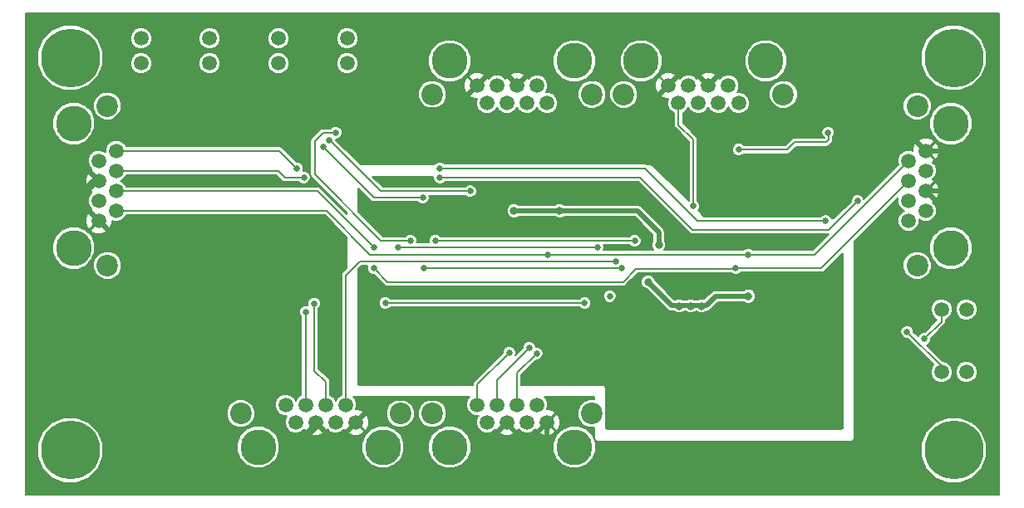
<source format=gbl>
G04 (created by PCBNEW (2013-07-07 BZR 4022)-stable) date 18/09/2013 13:55:04*
%MOIN*%
G04 Gerber Fmt 3.4, Leading zero omitted, Abs format*
%FSLAX34Y34*%
G01*
G70*
G90*
G04 APERTURE LIST*
%ADD10C,0.00590551*%
%ADD11C,0.23622*%
%ADD12C,0.0590551*%
%ADD13C,0.1437*%
%ADD14C,0.0591*%
%ADD15C,0.0866142*%
%ADD16C,0.0314961*%
%ADD17C,0.0255906*%
%ADD18C,0.019685*%
%ADD19C,0.00787402*%
G04 APERTURE END LIST*
G54D10*
G54D11*
X6692Y-6692D03*
X6692Y-22440D03*
X42125Y-22440D03*
X42125Y-6692D03*
G54D12*
X41625Y-16791D03*
X42625Y-16791D03*
X9527Y-6917D03*
X9527Y-5917D03*
X41625Y-19311D03*
X42625Y-19311D03*
X12283Y-6917D03*
X12283Y-5917D03*
X15039Y-6917D03*
X15039Y-5917D03*
X17795Y-6917D03*
X17795Y-5917D03*
G54D13*
X21909Y-6811D03*
X26909Y-6811D03*
G54D14*
X23003Y-7811D03*
X23405Y-8511D03*
X23807Y-7811D03*
X24208Y-8511D03*
X24610Y-7811D03*
X25011Y-8511D03*
X25413Y-7811D03*
X25814Y-8511D03*
G54D15*
X21208Y-8161D03*
X27610Y-8161D03*
G54D13*
X6830Y-14330D03*
X6830Y-9330D03*
G54D14*
X7830Y-13236D03*
X8531Y-12834D03*
X7830Y-12433D03*
X8531Y-12031D03*
X7830Y-11629D03*
X8531Y-11228D03*
X7830Y-10826D03*
X8531Y-10425D03*
G54D15*
X8181Y-15031D03*
X8181Y-8629D03*
G54D13*
X42007Y-9330D03*
X42007Y-14330D03*
G54D14*
X41007Y-10425D03*
X40307Y-10826D03*
X41007Y-11228D03*
X40307Y-11629D03*
X41007Y-12031D03*
X40307Y-12433D03*
X41007Y-12834D03*
X40307Y-13236D03*
G54D15*
X40657Y-8629D03*
X40657Y-15031D03*
G54D13*
X19232Y-22322D03*
X14232Y-22322D03*
G54D14*
X18137Y-21322D03*
X17736Y-20622D03*
X17334Y-21322D03*
X16933Y-20622D03*
X16531Y-21322D03*
X16129Y-20622D03*
X15728Y-21322D03*
X15326Y-20622D03*
G54D15*
X19933Y-20972D03*
X13531Y-20972D03*
G54D13*
X29586Y-6811D03*
X34586Y-6811D03*
G54D14*
X30681Y-7811D03*
X31082Y-8511D03*
X31484Y-7811D03*
X31885Y-8511D03*
X32287Y-7811D03*
X32688Y-8511D03*
X33090Y-7811D03*
X33492Y-8511D03*
G54D15*
X28885Y-8161D03*
X35287Y-8161D03*
G54D13*
X26909Y-22322D03*
X21909Y-22322D03*
G54D14*
X25814Y-21322D03*
X25413Y-20622D03*
X25011Y-21322D03*
X24610Y-20622D03*
X24208Y-21322D03*
X23807Y-20622D03*
X23405Y-21322D03*
X23003Y-20622D03*
G54D15*
X27610Y-20972D03*
X21208Y-20972D03*
G54D16*
X29685Y-22460D03*
X29271Y-22874D03*
X30098Y-22874D03*
X29685Y-22874D03*
G54D17*
X28582Y-14862D03*
X16476Y-16555D03*
X16141Y-16889D03*
X31673Y-12637D03*
X37086Y-9685D03*
X33503Y-10374D03*
X27322Y-16535D03*
X19330Y-16535D03*
X20866Y-15137D03*
X28818Y-15137D03*
X25393Y-18562D03*
X25098Y-18326D03*
X28326Y-16259D03*
X24291Y-18523D03*
X17334Y-9696D03*
X20334Y-14035D03*
X17086Y-10000D03*
X22736Y-12047D03*
X20826Y-12303D03*
X16850Y-10275D03*
X25826Y-14586D03*
X33877Y-14586D03*
X18858Y-14291D03*
X18858Y-15137D03*
X33385Y-15137D03*
G54D16*
X32007Y-16653D03*
X31102Y-16653D03*
X31574Y-16653D03*
X33889Y-16267D03*
X30291Y-14212D03*
X24488Y-12834D03*
X26318Y-12834D03*
X29862Y-15688D03*
G54D17*
X21338Y-14035D03*
X29330Y-14035D03*
X19842Y-14291D03*
X27834Y-14291D03*
X40255Y-17696D03*
X21515Y-11496D03*
X16062Y-11496D03*
X38267Y-12440D03*
X15787Y-11122D03*
X21515Y-11122D03*
X36988Y-13248D03*
X40944Y-17972D03*
G54D16*
X34881Y-19251D03*
X35590Y-19251D03*
X23425Y-13385D03*
X23425Y-16929D03*
X25826Y-12401D03*
X32775Y-16673D03*
X35885Y-16259D03*
X32303Y-14153D03*
X18838Y-12854D03*
G54D18*
X32287Y-7811D02*
X32287Y-7791D01*
X39409Y-8826D02*
X41007Y-10425D01*
X39409Y-7795D02*
X39409Y-8826D01*
X37047Y-5433D02*
X39409Y-7795D01*
X33897Y-5433D02*
X37047Y-5433D01*
X33267Y-6062D02*
X33897Y-5433D01*
X33267Y-6811D02*
X33267Y-6062D01*
X32287Y-7791D02*
X33267Y-6811D01*
X29271Y-22874D02*
X28838Y-23307D01*
X30098Y-22874D02*
X30531Y-23307D01*
X29685Y-23031D02*
X29665Y-23031D01*
X29665Y-23031D02*
X29389Y-23307D01*
X29685Y-23031D02*
X29744Y-23031D01*
X29744Y-23031D02*
X30019Y-23307D01*
X29685Y-22874D02*
X29685Y-23031D01*
X29685Y-23031D02*
X29685Y-23307D01*
X7830Y-13236D02*
X7830Y-13244D01*
X8996Y-14409D02*
X8996Y-14940D01*
X7830Y-13244D02*
X8996Y-14409D01*
X8996Y-14940D02*
X8996Y-18937D01*
X8996Y-18937D02*
X13307Y-23248D01*
X13307Y-23248D02*
X14822Y-23248D01*
X14822Y-23248D02*
X16531Y-21539D01*
X16531Y-21539D02*
X16531Y-21322D01*
X18137Y-21322D02*
X18137Y-21350D01*
X18137Y-21350D02*
X17598Y-21889D01*
X17598Y-21889D02*
X17098Y-21889D01*
X17098Y-21889D02*
X16531Y-21322D01*
X21594Y-20354D02*
X19106Y-20354D01*
X24208Y-21322D02*
X23661Y-21870D01*
X23110Y-21870D02*
X23661Y-21870D01*
X21594Y-20354D02*
X23110Y-21870D01*
X19106Y-20354D02*
X18137Y-21322D01*
X26279Y-23307D02*
X28838Y-23307D01*
X28838Y-23307D02*
X29389Y-23307D01*
X25814Y-21322D02*
X25814Y-22842D01*
X25814Y-22842D02*
X26279Y-23307D01*
X29389Y-23307D02*
X29685Y-23307D01*
X29685Y-23307D02*
X30019Y-23307D01*
X30019Y-23307D02*
X30531Y-23307D01*
X30531Y-23307D02*
X38858Y-23307D01*
X39862Y-14685D02*
X39862Y-22303D01*
X39862Y-22303D02*
X38858Y-23307D01*
X41751Y-12775D02*
X41751Y-13149D01*
X40511Y-14389D02*
X40157Y-14389D01*
X41751Y-13149D02*
X40511Y-14389D01*
X39862Y-14685D02*
X40157Y-14389D01*
X41751Y-12775D02*
X41007Y-12031D01*
X8917Y-8779D02*
X22035Y-8779D01*
X7204Y-10492D02*
X7204Y-11003D01*
X7830Y-11629D02*
X7204Y-11003D01*
X8818Y-8877D02*
X7204Y-10492D01*
X8917Y-8779D02*
X8818Y-8877D01*
X22035Y-8779D02*
X23003Y-7811D01*
X24610Y-7811D02*
X24610Y-7779D01*
X24610Y-7779D02*
X24094Y-7263D01*
X24094Y-7263D02*
X23551Y-7263D01*
X23551Y-7263D02*
X23003Y-7811D01*
X30681Y-7811D02*
X30673Y-7811D01*
X25137Y-7283D02*
X24610Y-7811D01*
X25728Y-7283D02*
X25137Y-7283D01*
X27559Y-9114D02*
X25728Y-7283D01*
X29370Y-9114D02*
X27559Y-9114D01*
X30673Y-7811D02*
X29370Y-9114D01*
X32287Y-7811D02*
X32259Y-7811D01*
X31208Y-7283D02*
X30681Y-7811D01*
X31732Y-7283D02*
X31208Y-7283D01*
X32259Y-7811D02*
X31732Y-7283D01*
X41007Y-10425D02*
X40996Y-10425D01*
X7830Y-11629D02*
X7622Y-11629D01*
X7244Y-12649D02*
X7830Y-13236D01*
X7244Y-12007D02*
X7244Y-12649D01*
X7622Y-11629D02*
X7244Y-12007D01*
X25814Y-21322D02*
X25814Y-21330D01*
X24208Y-21374D02*
X24822Y-21988D01*
X24822Y-21988D02*
X25157Y-21988D01*
X24208Y-21322D02*
X24208Y-21374D01*
X25814Y-21330D02*
X25157Y-21988D01*
X41007Y-12031D02*
X41649Y-12031D01*
X41649Y-12031D02*
X41929Y-11751D01*
X41929Y-11751D02*
X41929Y-10748D01*
X41929Y-10748D02*
X41606Y-10425D01*
X41606Y-10425D02*
X41007Y-10425D01*
G54D19*
X17736Y-15433D02*
X17736Y-20622D01*
X18307Y-14862D02*
X17736Y-15433D01*
X28582Y-14862D02*
X18307Y-14862D01*
X16933Y-19708D02*
X16933Y-20622D01*
X16476Y-19251D02*
X16933Y-19708D01*
X16476Y-16555D02*
X16476Y-19251D01*
X16129Y-20622D02*
X16129Y-16901D01*
X16129Y-16901D02*
X16141Y-16889D01*
X31673Y-12637D02*
X31673Y-9980D01*
X31082Y-8511D02*
X31082Y-9389D01*
X31082Y-9389D02*
X31673Y-9980D01*
X37007Y-10078D02*
X35944Y-10078D01*
X37106Y-9980D02*
X37007Y-10078D01*
X37106Y-9704D02*
X37106Y-9980D01*
X37086Y-9685D02*
X37106Y-9704D01*
X33503Y-10374D02*
X35452Y-10374D01*
X35452Y-10374D02*
X35748Y-10078D01*
X35748Y-10078D02*
X35944Y-10078D01*
X19330Y-16535D02*
X27322Y-16535D01*
X28818Y-15137D02*
X20866Y-15137D01*
X24610Y-19346D02*
X24610Y-20622D01*
X25393Y-18562D02*
X24610Y-19346D01*
X23807Y-19618D02*
X23807Y-20622D01*
X25098Y-18326D02*
X23807Y-19618D01*
X23003Y-19811D02*
X24291Y-18523D01*
X23003Y-20622D02*
X23003Y-19811D01*
X20334Y-14035D02*
X19153Y-14035D01*
X16496Y-11377D02*
X16496Y-10669D01*
X19153Y-14035D02*
X16496Y-11377D01*
X16496Y-10413D02*
X16496Y-10669D01*
X16838Y-9696D02*
X17334Y-9696D01*
X16496Y-10413D02*
X16496Y-10039D01*
X16496Y-10039D02*
X16838Y-9696D01*
X17086Y-10000D02*
X17106Y-10000D01*
X17106Y-10000D02*
X19153Y-12047D01*
X22736Y-12047D02*
X19153Y-12047D01*
X18877Y-12303D02*
X20826Y-12303D01*
X18877Y-12303D02*
X16850Y-10275D01*
X8531Y-12834D02*
X16968Y-12834D01*
X18720Y-14586D02*
X25826Y-14586D01*
X16968Y-12834D02*
X18720Y-14586D01*
X33877Y-14586D02*
X36547Y-14586D01*
X36547Y-14586D02*
X40307Y-10826D01*
X33877Y-14586D02*
X25826Y-14586D01*
X16598Y-12031D02*
X8531Y-12031D01*
X18858Y-14291D02*
X16598Y-12031D01*
X33385Y-15137D02*
X36799Y-15137D01*
X36799Y-15137D02*
X40307Y-11629D01*
X19409Y-15688D02*
X18858Y-15137D01*
X28858Y-15688D02*
X19409Y-15688D01*
X29389Y-15157D02*
X28858Y-15688D01*
X33366Y-15157D02*
X29389Y-15157D01*
X33385Y-15137D02*
X33366Y-15157D01*
G54D18*
X32007Y-16653D02*
X32007Y-16633D01*
X31102Y-16653D02*
X31102Y-16633D01*
X31574Y-16653D02*
X31574Y-16633D01*
X31574Y-16633D02*
X32007Y-16633D01*
X32007Y-16633D02*
X32200Y-16633D01*
X32200Y-16633D02*
X32566Y-16267D01*
X32566Y-16267D02*
X33889Y-16267D01*
X26318Y-12834D02*
X29425Y-12834D01*
X30291Y-13700D02*
X30291Y-14212D01*
X29425Y-12834D02*
X30291Y-13700D01*
X25157Y-12834D02*
X24488Y-12834D01*
X26318Y-12834D02*
X25157Y-12834D01*
X29862Y-15688D02*
X30807Y-16633D01*
X30807Y-16633D02*
X31102Y-16633D01*
X31102Y-16633D02*
X31574Y-16633D01*
G54D19*
X29330Y-14035D02*
X21338Y-14035D01*
X27834Y-14291D02*
X19842Y-14291D01*
X41625Y-19066D02*
X41625Y-19311D01*
X40255Y-17696D02*
X41625Y-19066D01*
X16062Y-11496D02*
X15295Y-11496D01*
X29547Y-11496D02*
X21515Y-11496D01*
X29822Y-11771D02*
X29547Y-11496D01*
X15295Y-11496D02*
X15027Y-11228D01*
X8531Y-11228D02*
X15027Y-11228D01*
X37106Y-13602D02*
X38267Y-12440D01*
X31653Y-13602D02*
X37106Y-13602D01*
X29822Y-11771D02*
X31653Y-13602D01*
X15090Y-10425D02*
X15047Y-10425D01*
X15787Y-11122D02*
X15090Y-10425D01*
X30019Y-11417D02*
X29724Y-11122D01*
X29724Y-11122D02*
X21515Y-11122D01*
X8531Y-10425D02*
X15039Y-10425D01*
X31850Y-13248D02*
X36988Y-13248D01*
X30019Y-11417D02*
X31850Y-13248D01*
X41625Y-17291D02*
X41625Y-16791D01*
X40944Y-17972D02*
X41625Y-17291D01*
G54D18*
X35885Y-17736D02*
X35885Y-16259D01*
X35885Y-18956D02*
X35885Y-17736D01*
X35590Y-19251D02*
X35885Y-18956D01*
X23720Y-12401D02*
X23425Y-12696D01*
X23425Y-12696D02*
X23129Y-12401D01*
X23425Y-12401D02*
X23425Y-12696D01*
X23425Y-12696D02*
X23425Y-13385D01*
X25826Y-12401D02*
X29645Y-12401D01*
X29645Y-12401D02*
X30098Y-12854D01*
X21377Y-12401D02*
X20925Y-12854D01*
X25826Y-12401D02*
X23720Y-12401D01*
X23720Y-12401D02*
X23425Y-12401D01*
X23425Y-12401D02*
X23129Y-12401D01*
X23129Y-12401D02*
X21377Y-12401D01*
X32775Y-16673D02*
X35452Y-16673D01*
X35452Y-16673D02*
X35866Y-16259D01*
X35866Y-16259D02*
X35885Y-16259D01*
X30098Y-12854D02*
X31397Y-14153D01*
X31397Y-14153D02*
X32303Y-14153D01*
X18838Y-12854D02*
X20925Y-12854D01*
G54D10*
G36*
X37103Y-13779D02*
X36473Y-14409D01*
X34076Y-14409D01*
X34028Y-14361D01*
X33931Y-14320D01*
X33825Y-14320D01*
X33727Y-14361D01*
X33679Y-14409D01*
X30512Y-14409D01*
X30541Y-14380D01*
X30586Y-14271D01*
X30586Y-14154D01*
X30541Y-14045D01*
X30527Y-14031D01*
X30527Y-13700D01*
X30527Y-13700D01*
X30509Y-13610D01*
X30509Y-13610D01*
X30458Y-13533D01*
X30458Y-13533D01*
X29592Y-12667D01*
X29515Y-12616D01*
X29425Y-12598D01*
X26500Y-12598D01*
X26486Y-12584D01*
X26377Y-12539D01*
X26260Y-12539D01*
X26151Y-12584D01*
X26137Y-12598D01*
X25157Y-12598D01*
X24669Y-12598D01*
X24655Y-12584D01*
X24547Y-12539D01*
X24429Y-12539D01*
X24321Y-12584D01*
X24238Y-12667D01*
X24192Y-12775D01*
X24192Y-12893D01*
X24237Y-13001D01*
X24320Y-13084D01*
X24429Y-13129D01*
X24546Y-13129D01*
X24655Y-13085D01*
X24669Y-13070D01*
X25157Y-13070D01*
X26137Y-13070D01*
X26151Y-13084D01*
X26259Y-13129D01*
X26377Y-13129D01*
X26485Y-13085D01*
X26500Y-13070D01*
X29327Y-13070D01*
X30055Y-13798D01*
X30055Y-14031D01*
X30041Y-14045D01*
X29996Y-14153D01*
X29996Y-14271D01*
X30040Y-14379D01*
X30070Y-14409D01*
X28073Y-14409D01*
X28100Y-14344D01*
X28100Y-14238D01*
X28089Y-14212D01*
X29132Y-14212D01*
X29179Y-14260D01*
X29277Y-14301D01*
X29383Y-14301D01*
X29481Y-14260D01*
X29555Y-14186D01*
X29596Y-14088D01*
X29596Y-13982D01*
X29556Y-13885D01*
X29481Y-13810D01*
X29383Y-13769D01*
X29278Y-13769D01*
X29180Y-13810D01*
X29132Y-13858D01*
X21537Y-13858D01*
X21489Y-13810D01*
X21391Y-13769D01*
X21285Y-13769D01*
X21188Y-13810D01*
X21113Y-13884D01*
X21072Y-13982D01*
X21072Y-14088D01*
X21083Y-14114D01*
X20589Y-14114D01*
X20600Y-14088D01*
X20600Y-13982D01*
X20560Y-13885D01*
X20485Y-13810D01*
X20387Y-13769D01*
X20282Y-13769D01*
X20184Y-13810D01*
X20135Y-13858D01*
X19226Y-13858D01*
X18248Y-12879D01*
X18248Y-11923D01*
X18752Y-12428D01*
X18752Y-12428D01*
X18810Y-12466D01*
X18877Y-12480D01*
X18877Y-12480D01*
X20628Y-12480D01*
X20676Y-12528D01*
X20773Y-12568D01*
X20879Y-12568D01*
X20977Y-12528D01*
X21051Y-12453D01*
X21092Y-12356D01*
X21092Y-12250D01*
X21081Y-12224D01*
X22537Y-12224D01*
X22585Y-12272D01*
X22683Y-12312D01*
X22788Y-12313D01*
X22886Y-12272D01*
X22961Y-12197D01*
X23001Y-12100D01*
X23002Y-11994D01*
X22961Y-11896D01*
X22886Y-11822D01*
X22789Y-11781D01*
X22683Y-11781D01*
X22585Y-11821D01*
X22537Y-11870D01*
X19226Y-11870D01*
X18813Y-11456D01*
X21250Y-11456D01*
X21249Y-11548D01*
X21290Y-11646D01*
X21365Y-11721D01*
X21462Y-11761D01*
X21568Y-11761D01*
X21666Y-11721D01*
X21714Y-11673D01*
X29473Y-11673D01*
X29697Y-11896D01*
X31528Y-13727D01*
X31585Y-13766D01*
X31585Y-13766D01*
X31653Y-13779D01*
X37103Y-13779D01*
X37103Y-13779D01*
G37*
G54D19*
X37103Y-13779D02*
X36473Y-14409D01*
X34076Y-14409D01*
X34028Y-14361D01*
X33931Y-14320D01*
X33825Y-14320D01*
X33727Y-14361D01*
X33679Y-14409D01*
X30512Y-14409D01*
X30541Y-14380D01*
X30586Y-14271D01*
X30586Y-14154D01*
X30541Y-14045D01*
X30527Y-14031D01*
X30527Y-13700D01*
X30527Y-13700D01*
X30509Y-13610D01*
X30509Y-13610D01*
X30458Y-13533D01*
X30458Y-13533D01*
X29592Y-12667D01*
X29515Y-12616D01*
X29425Y-12598D01*
X26500Y-12598D01*
X26486Y-12584D01*
X26377Y-12539D01*
X26260Y-12539D01*
X26151Y-12584D01*
X26137Y-12598D01*
X25157Y-12598D01*
X24669Y-12598D01*
X24655Y-12584D01*
X24547Y-12539D01*
X24429Y-12539D01*
X24321Y-12584D01*
X24238Y-12667D01*
X24192Y-12775D01*
X24192Y-12893D01*
X24237Y-13001D01*
X24320Y-13084D01*
X24429Y-13129D01*
X24546Y-13129D01*
X24655Y-13085D01*
X24669Y-13070D01*
X25157Y-13070D01*
X26137Y-13070D01*
X26151Y-13084D01*
X26259Y-13129D01*
X26377Y-13129D01*
X26485Y-13085D01*
X26500Y-13070D01*
X29327Y-13070D01*
X30055Y-13798D01*
X30055Y-14031D01*
X30041Y-14045D01*
X29996Y-14153D01*
X29996Y-14271D01*
X30040Y-14379D01*
X30070Y-14409D01*
X28073Y-14409D01*
X28100Y-14344D01*
X28100Y-14238D01*
X28089Y-14212D01*
X29132Y-14212D01*
X29179Y-14260D01*
X29277Y-14301D01*
X29383Y-14301D01*
X29481Y-14260D01*
X29555Y-14186D01*
X29596Y-14088D01*
X29596Y-13982D01*
X29556Y-13885D01*
X29481Y-13810D01*
X29383Y-13769D01*
X29278Y-13769D01*
X29180Y-13810D01*
X29132Y-13858D01*
X21537Y-13858D01*
X21489Y-13810D01*
X21391Y-13769D01*
X21285Y-13769D01*
X21188Y-13810D01*
X21113Y-13884D01*
X21072Y-13982D01*
X21072Y-14088D01*
X21083Y-14114D01*
X20589Y-14114D01*
X20600Y-14088D01*
X20600Y-13982D01*
X20560Y-13885D01*
X20485Y-13810D01*
X20387Y-13769D01*
X20282Y-13769D01*
X20184Y-13810D01*
X20135Y-13858D01*
X19226Y-13858D01*
X18248Y-12879D01*
X18248Y-11923D01*
X18752Y-12428D01*
X18752Y-12428D01*
X18810Y-12466D01*
X18877Y-12480D01*
X18877Y-12480D01*
X20628Y-12480D01*
X20676Y-12528D01*
X20773Y-12568D01*
X20879Y-12568D01*
X20977Y-12528D01*
X21051Y-12453D01*
X21092Y-12356D01*
X21092Y-12250D01*
X21081Y-12224D01*
X22537Y-12224D01*
X22585Y-12272D01*
X22683Y-12312D01*
X22788Y-12313D01*
X22886Y-12272D01*
X22961Y-12197D01*
X23001Y-12100D01*
X23002Y-11994D01*
X22961Y-11896D01*
X22886Y-11822D01*
X22789Y-11781D01*
X22683Y-11781D01*
X22585Y-11821D01*
X22537Y-11870D01*
X19226Y-11870D01*
X18813Y-11456D01*
X21250Y-11456D01*
X21249Y-11548D01*
X21290Y-11646D01*
X21365Y-11721D01*
X21462Y-11761D01*
X21568Y-11761D01*
X21666Y-11721D01*
X21714Y-11673D01*
X29473Y-11673D01*
X29697Y-11896D01*
X31528Y-13727D01*
X31585Y-13766D01*
X31585Y-13766D01*
X31653Y-13779D01*
X37103Y-13779D01*
G54D10*
G36*
X37657Y-21578D02*
X37621Y-21614D01*
X34185Y-21614D01*
X34185Y-16209D01*
X34140Y-16100D01*
X34057Y-16017D01*
X33948Y-15972D01*
X33831Y-15972D01*
X33722Y-16017D01*
X33708Y-16031D01*
X32566Y-16031D01*
X32476Y-16049D01*
X32451Y-16066D01*
X32399Y-16100D01*
X32120Y-16380D01*
X32066Y-16358D01*
X31949Y-16358D01*
X31853Y-16397D01*
X31728Y-16397D01*
X31633Y-16358D01*
X31516Y-16358D01*
X31420Y-16397D01*
X31256Y-16397D01*
X31161Y-16358D01*
X31043Y-16358D01*
X30948Y-16397D01*
X30904Y-16397D01*
X30157Y-15650D01*
X30157Y-15630D01*
X30112Y-15521D01*
X30029Y-15438D01*
X29921Y-15393D01*
X29803Y-15393D01*
X29695Y-15438D01*
X29612Y-15521D01*
X29566Y-15629D01*
X29566Y-15747D01*
X29611Y-15856D01*
X29694Y-15939D01*
X29803Y-15984D01*
X29823Y-15984D01*
X30640Y-16800D01*
X30716Y-16852D01*
X30716Y-16852D01*
X30807Y-16870D01*
X30901Y-16870D01*
X30934Y-16903D01*
X31043Y-16948D01*
X31160Y-16948D01*
X31269Y-16904D01*
X31303Y-16870D01*
X31373Y-16870D01*
X31407Y-16903D01*
X31515Y-16948D01*
X31633Y-16948D01*
X31741Y-16904D01*
X31775Y-16870D01*
X31806Y-16870D01*
X31840Y-16903D01*
X31948Y-16948D01*
X32066Y-16948D01*
X32174Y-16904D01*
X32210Y-16868D01*
X32291Y-16852D01*
X32367Y-16800D01*
X32664Y-16503D01*
X33708Y-16503D01*
X33722Y-16517D01*
X33830Y-16562D01*
X33948Y-16563D01*
X34056Y-16518D01*
X34139Y-16435D01*
X34184Y-16326D01*
X34185Y-16209D01*
X34185Y-21614D01*
X28592Y-21614D01*
X28592Y-16207D01*
X28552Y-16109D01*
X28477Y-16034D01*
X28379Y-15994D01*
X28274Y-15994D01*
X28176Y-16034D01*
X28101Y-16109D01*
X28061Y-16206D01*
X28060Y-16312D01*
X28101Y-16410D01*
X28176Y-16485D01*
X28273Y-16525D01*
X28379Y-16525D01*
X28477Y-16485D01*
X28551Y-16410D01*
X28592Y-16312D01*
X28592Y-16207D01*
X28592Y-21614D01*
X28224Y-21614D01*
X28188Y-21578D01*
X28188Y-19924D01*
X28106Y-19842D01*
X27588Y-19842D01*
X27588Y-16482D01*
X27548Y-16385D01*
X27473Y-16310D01*
X27375Y-16269D01*
X27270Y-16269D01*
X27172Y-16310D01*
X27124Y-16358D01*
X19529Y-16358D01*
X19481Y-16310D01*
X19383Y-16269D01*
X19278Y-16269D01*
X19180Y-16310D01*
X19105Y-16384D01*
X19065Y-16482D01*
X19064Y-16588D01*
X19105Y-16685D01*
X19179Y-16760D01*
X19277Y-16801D01*
X19383Y-16801D01*
X19481Y-16760D01*
X19529Y-16712D01*
X27124Y-16712D01*
X27172Y-16760D01*
X27269Y-16801D01*
X27375Y-16801D01*
X27473Y-16760D01*
X27547Y-16686D01*
X27588Y-16588D01*
X27588Y-16482D01*
X27588Y-19842D01*
X24787Y-19842D01*
X24787Y-19419D01*
X25378Y-18828D01*
X25446Y-18828D01*
X25544Y-18788D01*
X25618Y-18713D01*
X25659Y-18616D01*
X25659Y-18510D01*
X25619Y-18412D01*
X25544Y-18337D01*
X25446Y-18297D01*
X25364Y-18297D01*
X25364Y-18274D01*
X25323Y-18176D01*
X25249Y-18101D01*
X25151Y-18061D01*
X25045Y-18060D01*
X24948Y-18101D01*
X24873Y-18176D01*
X24832Y-18273D01*
X24832Y-18341D01*
X24528Y-18646D01*
X24557Y-18576D01*
X24557Y-18470D01*
X24516Y-18373D01*
X24442Y-18298D01*
X24344Y-18257D01*
X24238Y-18257D01*
X24141Y-18298D01*
X24066Y-18372D01*
X24025Y-18470D01*
X24025Y-18538D01*
X22878Y-19685D01*
X22840Y-19743D01*
X22826Y-19811D01*
X22826Y-19842D01*
X18284Y-19842D01*
X18248Y-19806D01*
X18248Y-15171D01*
X18380Y-15039D01*
X18611Y-15039D01*
X18592Y-15084D01*
X18592Y-15190D01*
X18632Y-15288D01*
X18707Y-15362D01*
X18805Y-15403D01*
X18873Y-15403D01*
X19284Y-15814D01*
X19284Y-15814D01*
X19341Y-15852D01*
X19409Y-15866D01*
X19409Y-15866D01*
X28858Y-15866D01*
X28926Y-15852D01*
X28926Y-15852D01*
X28983Y-15814D01*
X29463Y-15334D01*
X33206Y-15334D01*
X33235Y-15362D01*
X33332Y-15403D01*
X33438Y-15403D01*
X33536Y-15363D01*
X33584Y-15314D01*
X36799Y-15314D01*
X36867Y-15301D01*
X36867Y-15301D01*
X36924Y-15263D01*
X37657Y-14530D01*
X37657Y-21578D01*
X37657Y-21578D01*
G37*
G54D19*
X37657Y-21578D02*
X37621Y-21614D01*
X34185Y-21614D01*
X34185Y-16209D01*
X34140Y-16100D01*
X34057Y-16017D01*
X33948Y-15972D01*
X33831Y-15972D01*
X33722Y-16017D01*
X33708Y-16031D01*
X32566Y-16031D01*
X32476Y-16049D01*
X32451Y-16066D01*
X32399Y-16100D01*
X32120Y-16380D01*
X32066Y-16358D01*
X31949Y-16358D01*
X31853Y-16397D01*
X31728Y-16397D01*
X31633Y-16358D01*
X31516Y-16358D01*
X31420Y-16397D01*
X31256Y-16397D01*
X31161Y-16358D01*
X31043Y-16358D01*
X30948Y-16397D01*
X30904Y-16397D01*
X30157Y-15650D01*
X30157Y-15630D01*
X30112Y-15521D01*
X30029Y-15438D01*
X29921Y-15393D01*
X29803Y-15393D01*
X29695Y-15438D01*
X29612Y-15521D01*
X29566Y-15629D01*
X29566Y-15747D01*
X29611Y-15856D01*
X29694Y-15939D01*
X29803Y-15984D01*
X29823Y-15984D01*
X30640Y-16800D01*
X30716Y-16852D01*
X30716Y-16852D01*
X30807Y-16870D01*
X30901Y-16870D01*
X30934Y-16903D01*
X31043Y-16948D01*
X31160Y-16948D01*
X31269Y-16904D01*
X31303Y-16870D01*
X31373Y-16870D01*
X31407Y-16903D01*
X31515Y-16948D01*
X31633Y-16948D01*
X31741Y-16904D01*
X31775Y-16870D01*
X31806Y-16870D01*
X31840Y-16903D01*
X31948Y-16948D01*
X32066Y-16948D01*
X32174Y-16904D01*
X32210Y-16868D01*
X32291Y-16852D01*
X32367Y-16800D01*
X32664Y-16503D01*
X33708Y-16503D01*
X33722Y-16517D01*
X33830Y-16562D01*
X33948Y-16563D01*
X34056Y-16518D01*
X34139Y-16435D01*
X34184Y-16326D01*
X34185Y-16209D01*
X34185Y-21614D01*
X28592Y-21614D01*
X28592Y-16207D01*
X28552Y-16109D01*
X28477Y-16034D01*
X28379Y-15994D01*
X28274Y-15994D01*
X28176Y-16034D01*
X28101Y-16109D01*
X28061Y-16206D01*
X28060Y-16312D01*
X28101Y-16410D01*
X28176Y-16485D01*
X28273Y-16525D01*
X28379Y-16525D01*
X28477Y-16485D01*
X28551Y-16410D01*
X28592Y-16312D01*
X28592Y-16207D01*
X28592Y-21614D01*
X28224Y-21614D01*
X28188Y-21578D01*
X28188Y-19924D01*
X28106Y-19842D01*
X27588Y-19842D01*
X27588Y-16482D01*
X27548Y-16385D01*
X27473Y-16310D01*
X27375Y-16269D01*
X27270Y-16269D01*
X27172Y-16310D01*
X27124Y-16358D01*
X19529Y-16358D01*
X19481Y-16310D01*
X19383Y-16269D01*
X19278Y-16269D01*
X19180Y-16310D01*
X19105Y-16384D01*
X19065Y-16482D01*
X19064Y-16588D01*
X19105Y-16685D01*
X19179Y-16760D01*
X19277Y-16801D01*
X19383Y-16801D01*
X19481Y-16760D01*
X19529Y-16712D01*
X27124Y-16712D01*
X27172Y-16760D01*
X27269Y-16801D01*
X27375Y-16801D01*
X27473Y-16760D01*
X27547Y-16686D01*
X27588Y-16588D01*
X27588Y-16482D01*
X27588Y-19842D01*
X24787Y-19842D01*
X24787Y-19419D01*
X25378Y-18828D01*
X25446Y-18828D01*
X25544Y-18788D01*
X25618Y-18713D01*
X25659Y-18616D01*
X25659Y-18510D01*
X25619Y-18412D01*
X25544Y-18337D01*
X25446Y-18297D01*
X25364Y-18297D01*
X25364Y-18274D01*
X25323Y-18176D01*
X25249Y-18101D01*
X25151Y-18061D01*
X25045Y-18060D01*
X24948Y-18101D01*
X24873Y-18176D01*
X24832Y-18273D01*
X24832Y-18341D01*
X24528Y-18646D01*
X24557Y-18576D01*
X24557Y-18470D01*
X24516Y-18373D01*
X24442Y-18298D01*
X24344Y-18257D01*
X24238Y-18257D01*
X24141Y-18298D01*
X24066Y-18372D01*
X24025Y-18470D01*
X24025Y-18538D01*
X22878Y-19685D01*
X22840Y-19743D01*
X22826Y-19811D01*
X22826Y-19842D01*
X18284Y-19842D01*
X18248Y-19806D01*
X18248Y-15171D01*
X18380Y-15039D01*
X18611Y-15039D01*
X18592Y-15084D01*
X18592Y-15190D01*
X18632Y-15288D01*
X18707Y-15362D01*
X18805Y-15403D01*
X18873Y-15403D01*
X19284Y-15814D01*
X19284Y-15814D01*
X19341Y-15852D01*
X19409Y-15866D01*
X19409Y-15866D01*
X28858Y-15866D01*
X28926Y-15852D01*
X28926Y-15852D01*
X28983Y-15814D01*
X29463Y-15334D01*
X33206Y-15334D01*
X33235Y-15362D01*
X33332Y-15403D01*
X33438Y-15403D01*
X33536Y-15363D01*
X33584Y-15314D01*
X36799Y-15314D01*
X36867Y-15301D01*
X36867Y-15301D01*
X36924Y-15263D01*
X37657Y-14530D01*
X37657Y-21578D01*
G54D10*
G36*
X43927Y-24242D02*
X43445Y-24242D01*
X43445Y-22179D01*
X43445Y-6431D01*
X43244Y-5946D01*
X42874Y-5575D01*
X42389Y-5374D01*
X41864Y-5373D01*
X41379Y-5574D01*
X41008Y-5944D01*
X40807Y-6429D01*
X40806Y-6954D01*
X41007Y-7439D01*
X41377Y-7810D01*
X41862Y-8011D01*
X42387Y-8012D01*
X42872Y-7811D01*
X43243Y-7440D01*
X43444Y-6956D01*
X43445Y-6431D01*
X43445Y-22179D01*
X43244Y-21694D01*
X43059Y-21508D01*
X43059Y-19225D01*
X43059Y-16705D01*
X42993Y-16546D01*
X42871Y-16424D01*
X42864Y-16421D01*
X42864Y-14161D01*
X42864Y-9161D01*
X42734Y-8846D01*
X42493Y-8605D01*
X42178Y-8474D01*
X41838Y-8474D01*
X41523Y-8604D01*
X41282Y-8845D01*
X41228Y-8974D01*
X41228Y-8516D01*
X41141Y-8306D01*
X40981Y-8146D01*
X40771Y-8059D01*
X40544Y-8058D01*
X40334Y-8145D01*
X40173Y-8306D01*
X40086Y-8515D01*
X40086Y-8742D01*
X40173Y-8952D01*
X40333Y-9113D01*
X40543Y-9200D01*
X40770Y-9200D01*
X40980Y-9114D01*
X41141Y-8953D01*
X41228Y-8743D01*
X41228Y-8516D01*
X41228Y-8974D01*
X41151Y-9159D01*
X41151Y-9500D01*
X41281Y-9815D01*
X41522Y-10056D01*
X41836Y-10186D01*
X42177Y-10187D01*
X42492Y-10057D01*
X42733Y-9816D01*
X42864Y-9501D01*
X42864Y-9161D01*
X42864Y-14161D01*
X42734Y-13846D01*
X42493Y-13605D01*
X42178Y-13474D01*
X41838Y-13474D01*
X41543Y-13596D01*
X41543Y-11926D01*
X41543Y-10320D01*
X41462Y-10123D01*
X41460Y-10120D01*
X41364Y-10096D01*
X41336Y-10123D01*
X41336Y-10068D01*
X41312Y-9972D01*
X41115Y-9890D01*
X40903Y-9889D01*
X40706Y-9970D01*
X40703Y-9972D01*
X40678Y-10068D01*
X41007Y-10397D01*
X41336Y-10068D01*
X41336Y-10123D01*
X41035Y-10425D01*
X41364Y-10754D01*
X41460Y-10729D01*
X41542Y-10533D01*
X41543Y-10320D01*
X41543Y-11926D01*
X41462Y-11729D01*
X41460Y-11727D01*
X41364Y-11702D01*
X41035Y-12031D01*
X41364Y-12360D01*
X41460Y-12335D01*
X41542Y-12139D01*
X41543Y-11926D01*
X41543Y-13596D01*
X41523Y-13604D01*
X41441Y-13686D01*
X41441Y-12748D01*
X41375Y-12589D01*
X41282Y-12496D01*
X41309Y-12485D01*
X41312Y-12483D01*
X41336Y-12388D01*
X41007Y-12059D01*
X41002Y-12064D01*
X40974Y-12037D01*
X40980Y-12031D01*
X40974Y-12025D01*
X41002Y-11998D01*
X41007Y-12003D01*
X41336Y-11674D01*
X41312Y-11579D01*
X41282Y-11566D01*
X41374Y-11474D01*
X41441Y-11314D01*
X41441Y-11142D01*
X41375Y-10983D01*
X41282Y-10890D01*
X41309Y-10879D01*
X41312Y-10877D01*
X41336Y-10782D01*
X41007Y-10453D01*
X41002Y-10458D01*
X40974Y-10430D01*
X40980Y-10425D01*
X40650Y-10096D01*
X40555Y-10120D01*
X40473Y-10317D01*
X40472Y-10426D01*
X40393Y-10393D01*
X40221Y-10393D01*
X40061Y-10459D01*
X39939Y-10581D01*
X39873Y-10740D01*
X39873Y-10912D01*
X39902Y-10981D01*
X38522Y-12361D01*
X38493Y-12290D01*
X38418Y-12215D01*
X38320Y-12175D01*
X38215Y-12175D01*
X38117Y-12215D01*
X38042Y-12290D01*
X38002Y-12387D01*
X38001Y-12456D01*
X37352Y-13105D01*
X37352Y-9632D01*
X37312Y-9534D01*
X37237Y-9459D01*
X37139Y-9419D01*
X37033Y-9419D01*
X36936Y-9459D01*
X36861Y-9534D01*
X36820Y-9631D01*
X36820Y-9737D01*
X36861Y-9835D01*
X36927Y-9901D01*
X35944Y-9901D01*
X35858Y-9901D01*
X35858Y-8048D01*
X35771Y-7838D01*
X35611Y-7677D01*
X35443Y-7607D01*
X35443Y-6641D01*
X35312Y-6326D01*
X35072Y-6085D01*
X34757Y-5954D01*
X34417Y-5954D01*
X34102Y-6084D01*
X33861Y-6325D01*
X33730Y-6639D01*
X33730Y-6980D01*
X33860Y-7295D01*
X34100Y-7536D01*
X34415Y-7667D01*
X34756Y-7667D01*
X35071Y-7537D01*
X35312Y-7296D01*
X35442Y-6982D01*
X35443Y-6641D01*
X35443Y-7607D01*
X35401Y-7590D01*
X35174Y-7590D01*
X34964Y-7677D01*
X34803Y-7837D01*
X34716Y-8047D01*
X34716Y-8274D01*
X34803Y-8484D01*
X34963Y-8645D01*
X35173Y-8732D01*
X35400Y-8732D01*
X35610Y-8645D01*
X35771Y-8485D01*
X35858Y-8275D01*
X35858Y-8048D01*
X35858Y-9901D01*
X35748Y-9901D01*
X35680Y-9915D01*
X35622Y-9953D01*
X35379Y-10196D01*
X33702Y-10196D01*
X33654Y-10148D01*
X33557Y-10108D01*
X33451Y-10108D01*
X33353Y-10148D01*
X33278Y-10223D01*
X33238Y-10320D01*
X33238Y-10426D01*
X33278Y-10524D01*
X33353Y-10599D01*
X33450Y-10639D01*
X33556Y-10639D01*
X33654Y-10599D01*
X33702Y-10551D01*
X35452Y-10551D01*
X35520Y-10537D01*
X35520Y-10537D01*
X35578Y-10499D01*
X35821Y-10255D01*
X35944Y-10255D01*
X37007Y-10255D01*
X37075Y-10242D01*
X37075Y-10242D01*
X37133Y-10204D01*
X37231Y-10105D01*
X37269Y-10048D01*
X37283Y-9980D01*
X37283Y-9864D01*
X37311Y-9835D01*
X37352Y-9738D01*
X37352Y-9632D01*
X37352Y-13105D01*
X37308Y-13149D01*
X37235Y-13149D01*
X37213Y-13097D01*
X37138Y-13022D01*
X37041Y-12982D01*
X36935Y-12982D01*
X36837Y-13022D01*
X36789Y-13070D01*
X32122Y-13070D01*
X31869Y-12817D01*
X31898Y-12788D01*
X31938Y-12690D01*
X31939Y-12585D01*
X31898Y-12487D01*
X31850Y-12439D01*
X31850Y-9980D01*
X31836Y-9912D01*
X31798Y-9855D01*
X31259Y-9316D01*
X31259Y-8907D01*
X31327Y-8879D01*
X31449Y-8757D01*
X31484Y-8674D01*
X31518Y-8756D01*
X31640Y-8878D01*
X31799Y-8945D01*
X31971Y-8945D01*
X32130Y-8879D01*
X32252Y-8757D01*
X32287Y-8674D01*
X32321Y-8756D01*
X32443Y-8878D01*
X32602Y-8945D01*
X32774Y-8945D01*
X32934Y-8879D01*
X33056Y-8757D01*
X33090Y-8674D01*
X33124Y-8756D01*
X33246Y-8878D01*
X33405Y-8945D01*
X33577Y-8945D01*
X33737Y-8879D01*
X33859Y-8757D01*
X33925Y-8598D01*
X33925Y-8426D01*
X33859Y-8266D01*
X33737Y-8144D01*
X33578Y-8078D01*
X33435Y-8078D01*
X33457Y-8056D01*
X33523Y-7897D01*
X33523Y-7725D01*
X33458Y-7565D01*
X33336Y-7443D01*
X33177Y-7377D01*
X33004Y-7377D01*
X32845Y-7443D01*
X32752Y-7536D01*
X32741Y-7509D01*
X32739Y-7506D01*
X32644Y-7481D01*
X32616Y-7509D01*
X32616Y-7454D01*
X32591Y-7358D01*
X32395Y-7276D01*
X32182Y-7275D01*
X31985Y-7356D01*
X31982Y-7358D01*
X31958Y-7454D01*
X32287Y-7783D01*
X32616Y-7454D01*
X32616Y-7509D01*
X32315Y-7811D01*
X32320Y-7816D01*
X32292Y-7844D01*
X32287Y-7838D01*
X32281Y-7844D01*
X32253Y-7816D01*
X32259Y-7811D01*
X31930Y-7481D01*
X31834Y-7506D01*
X31822Y-7536D01*
X31730Y-7443D01*
X31570Y-7377D01*
X31398Y-7377D01*
X31239Y-7443D01*
X31146Y-7536D01*
X31135Y-7509D01*
X31133Y-7506D01*
X31038Y-7481D01*
X31010Y-7509D01*
X31010Y-7454D01*
X30985Y-7358D01*
X30789Y-7276D01*
X30576Y-7275D01*
X30443Y-7330D01*
X30443Y-6641D01*
X30312Y-6326D01*
X30072Y-6085D01*
X29757Y-5954D01*
X29417Y-5954D01*
X29102Y-6084D01*
X28861Y-6325D01*
X28730Y-6639D01*
X28730Y-6980D01*
X28860Y-7295D01*
X29100Y-7536D01*
X29415Y-7667D01*
X29756Y-7667D01*
X30071Y-7537D01*
X30312Y-7296D01*
X30442Y-6982D01*
X30443Y-6641D01*
X30443Y-7330D01*
X30379Y-7356D01*
X30376Y-7358D01*
X30352Y-7454D01*
X30681Y-7783D01*
X31010Y-7454D01*
X31010Y-7509D01*
X30708Y-7811D01*
X30714Y-7816D01*
X30686Y-7844D01*
X30681Y-7838D01*
X30653Y-7866D01*
X30653Y-7811D01*
X30324Y-7481D01*
X30228Y-7506D01*
X30146Y-7702D01*
X30145Y-7915D01*
X30226Y-8112D01*
X30228Y-8115D01*
X30324Y-8140D01*
X30653Y-7811D01*
X30653Y-7866D01*
X30352Y-8167D01*
X30376Y-8263D01*
X30573Y-8345D01*
X30682Y-8345D01*
X30649Y-8425D01*
X30649Y-8597D01*
X30715Y-8756D01*
X30836Y-8878D01*
X30905Y-8907D01*
X30905Y-9389D01*
X30918Y-9457D01*
X30957Y-9515D01*
X31496Y-10053D01*
X31496Y-12439D01*
X31493Y-12441D01*
X30083Y-11032D01*
X29968Y-10984D01*
X29830Y-10984D01*
X29792Y-10958D01*
X29724Y-10944D01*
X29456Y-10944D01*
X29456Y-8048D01*
X29370Y-7838D01*
X29209Y-7677D01*
X28999Y-7590D01*
X28772Y-7590D01*
X28562Y-7677D01*
X28402Y-7837D01*
X28315Y-8047D01*
X28314Y-8274D01*
X28401Y-8484D01*
X28562Y-8645D01*
X28771Y-8732D01*
X28998Y-8732D01*
X29208Y-8645D01*
X29369Y-8485D01*
X29456Y-8275D01*
X29456Y-8048D01*
X29456Y-10944D01*
X28181Y-10944D01*
X28181Y-8048D01*
X28094Y-7838D01*
X27934Y-7677D01*
X27765Y-7607D01*
X27765Y-6641D01*
X27635Y-6326D01*
X27395Y-6085D01*
X27080Y-5954D01*
X26739Y-5954D01*
X26425Y-6084D01*
X26183Y-6325D01*
X26053Y-6639D01*
X26053Y-6980D01*
X26183Y-7295D01*
X26423Y-7536D01*
X26738Y-7667D01*
X27079Y-7667D01*
X27393Y-7537D01*
X27634Y-7296D01*
X27765Y-6982D01*
X27765Y-6641D01*
X27765Y-7607D01*
X27724Y-7590D01*
X27497Y-7590D01*
X27287Y-7677D01*
X27126Y-7837D01*
X27039Y-8047D01*
X27039Y-8274D01*
X27125Y-8484D01*
X27286Y-8645D01*
X27496Y-8732D01*
X27723Y-8732D01*
X27933Y-8645D01*
X28093Y-8485D01*
X28181Y-8275D01*
X28181Y-8048D01*
X28181Y-10944D01*
X26248Y-10944D01*
X26248Y-8426D01*
X26182Y-8266D01*
X26060Y-8144D01*
X25901Y-8078D01*
X25758Y-8078D01*
X25780Y-8056D01*
X25846Y-7897D01*
X25846Y-7725D01*
X25780Y-7565D01*
X25659Y-7443D01*
X25499Y-7377D01*
X25327Y-7377D01*
X25168Y-7443D01*
X25075Y-7536D01*
X25064Y-7509D01*
X25062Y-7506D01*
X24967Y-7481D01*
X24939Y-7509D01*
X24939Y-7454D01*
X24914Y-7358D01*
X24718Y-7276D01*
X24505Y-7275D01*
X24308Y-7356D01*
X24305Y-7358D01*
X24281Y-7454D01*
X24610Y-7783D01*
X24939Y-7454D01*
X24939Y-7509D01*
X24638Y-7811D01*
X24643Y-7816D01*
X24615Y-7844D01*
X24610Y-7838D01*
X24604Y-7844D01*
X24576Y-7816D01*
X24582Y-7811D01*
X24253Y-7481D01*
X24157Y-7506D01*
X24145Y-7536D01*
X24052Y-7443D01*
X23893Y-7377D01*
X23721Y-7377D01*
X23561Y-7443D01*
X23469Y-7536D01*
X23458Y-7509D01*
X23456Y-7506D01*
X23360Y-7481D01*
X23333Y-7509D01*
X23333Y-7454D01*
X23308Y-7358D01*
X23112Y-7276D01*
X22899Y-7275D01*
X22765Y-7330D01*
X22765Y-6641D01*
X22635Y-6326D01*
X22395Y-6085D01*
X22080Y-5954D01*
X21739Y-5954D01*
X21425Y-6084D01*
X21183Y-6325D01*
X21053Y-6639D01*
X21053Y-6980D01*
X21183Y-7295D01*
X21423Y-7536D01*
X21738Y-7667D01*
X22079Y-7667D01*
X22393Y-7537D01*
X22634Y-7296D01*
X22765Y-6982D01*
X22765Y-6641D01*
X22765Y-7330D01*
X22702Y-7356D01*
X22699Y-7358D01*
X22674Y-7454D01*
X23003Y-7783D01*
X23333Y-7454D01*
X23333Y-7509D01*
X23031Y-7811D01*
X23037Y-7816D01*
X23009Y-7844D01*
X23003Y-7838D01*
X22976Y-7866D01*
X22976Y-7811D01*
X22646Y-7481D01*
X22551Y-7506D01*
X22469Y-7702D01*
X22468Y-7915D01*
X22549Y-8112D01*
X22551Y-8115D01*
X22646Y-8140D01*
X22976Y-7811D01*
X22976Y-7866D01*
X22674Y-8167D01*
X22699Y-8263D01*
X22895Y-8345D01*
X23005Y-8345D01*
X22972Y-8425D01*
X22972Y-8597D01*
X23037Y-8756D01*
X23159Y-8878D01*
X23318Y-8945D01*
X23491Y-8945D01*
X23650Y-8879D01*
X23772Y-8757D01*
X23807Y-8674D01*
X23841Y-8756D01*
X23962Y-8878D01*
X24122Y-8945D01*
X24294Y-8945D01*
X24453Y-8879D01*
X24575Y-8757D01*
X24610Y-8674D01*
X24644Y-8756D01*
X24766Y-8878D01*
X24925Y-8945D01*
X25097Y-8945D01*
X25256Y-8879D01*
X25378Y-8757D01*
X25413Y-8674D01*
X25447Y-8756D01*
X25569Y-8878D01*
X25728Y-8945D01*
X25900Y-8945D01*
X26060Y-8879D01*
X26182Y-8757D01*
X26248Y-8598D01*
X26248Y-8426D01*
X26248Y-10944D01*
X21779Y-10944D01*
X21779Y-8048D01*
X21692Y-7838D01*
X21532Y-7677D01*
X21322Y-7590D01*
X21095Y-7590D01*
X20885Y-7677D01*
X20724Y-7837D01*
X20637Y-8047D01*
X20637Y-8274D01*
X20724Y-8484D01*
X20884Y-8645D01*
X21094Y-8732D01*
X21321Y-8732D01*
X21531Y-8645D01*
X21692Y-8485D01*
X21779Y-8275D01*
X21779Y-8048D01*
X21779Y-10944D01*
X21714Y-10944D01*
X21666Y-10896D01*
X21568Y-10856D01*
X21463Y-10856D01*
X21365Y-10896D01*
X21290Y-10971D01*
X21285Y-10984D01*
X18341Y-10984D01*
X18228Y-10871D01*
X18228Y-6831D01*
X18228Y-5831D01*
X18162Y-5672D01*
X18040Y-5550D01*
X17881Y-5484D01*
X17709Y-5484D01*
X17550Y-5549D01*
X17428Y-5671D01*
X17362Y-5830D01*
X17362Y-6003D01*
X17427Y-6162D01*
X17549Y-6284D01*
X17708Y-6350D01*
X17881Y-6350D01*
X18040Y-6284D01*
X18162Y-6162D01*
X18228Y-6003D01*
X18228Y-5831D01*
X18228Y-6831D01*
X18162Y-6672D01*
X18040Y-6550D01*
X17881Y-6484D01*
X17709Y-6484D01*
X17550Y-6549D01*
X17428Y-6671D01*
X17362Y-6830D01*
X17362Y-7003D01*
X17427Y-7162D01*
X17549Y-7284D01*
X17708Y-7350D01*
X17881Y-7350D01*
X18040Y-7284D01*
X18162Y-7162D01*
X18228Y-7003D01*
X18228Y-6831D01*
X18228Y-10871D01*
X17352Y-9995D01*
X17352Y-9962D01*
X17386Y-9962D01*
X17484Y-9921D01*
X17559Y-9847D01*
X17600Y-9749D01*
X17600Y-9643D01*
X17559Y-9546D01*
X17485Y-9471D01*
X17387Y-9430D01*
X17281Y-9430D01*
X17183Y-9471D01*
X17135Y-9519D01*
X16838Y-9519D01*
X16771Y-9532D01*
X16713Y-9571D01*
X16370Y-9914D01*
X16332Y-9971D01*
X16318Y-10039D01*
X16318Y-10413D01*
X16318Y-10669D01*
X16318Y-11377D01*
X16332Y-11445D01*
X16370Y-11503D01*
X17775Y-12908D01*
X17775Y-12958D01*
X16723Y-11906D01*
X16666Y-11867D01*
X16598Y-11854D01*
X8927Y-11854D01*
X8899Y-11786D01*
X8777Y-11664D01*
X8694Y-11629D01*
X8776Y-11595D01*
X8898Y-11474D01*
X8927Y-11405D01*
X14954Y-11405D01*
X15170Y-11621D01*
X15227Y-11659D01*
X15295Y-11673D01*
X15864Y-11673D01*
X15912Y-11721D01*
X16009Y-11761D01*
X16115Y-11761D01*
X16213Y-11721D01*
X16288Y-11646D01*
X16328Y-11549D01*
X16328Y-11443D01*
X16288Y-11345D01*
X16213Y-11270D01*
X16116Y-11230D01*
X16030Y-11230D01*
X16053Y-11175D01*
X16053Y-11069D01*
X16012Y-10971D01*
X15938Y-10896D01*
X15840Y-10856D01*
X15772Y-10856D01*
X15472Y-10556D01*
X15472Y-6831D01*
X15472Y-5831D01*
X15406Y-5672D01*
X15285Y-5550D01*
X15125Y-5484D01*
X14953Y-5484D01*
X14794Y-5549D01*
X14672Y-5671D01*
X14606Y-5830D01*
X14606Y-6003D01*
X14672Y-6162D01*
X14793Y-6284D01*
X14952Y-6350D01*
X15125Y-6350D01*
X15284Y-6284D01*
X15406Y-6162D01*
X15472Y-6003D01*
X15472Y-5831D01*
X15472Y-6831D01*
X15406Y-6672D01*
X15285Y-6550D01*
X15125Y-6484D01*
X14953Y-6484D01*
X14794Y-6549D01*
X14672Y-6671D01*
X14606Y-6830D01*
X14606Y-7003D01*
X14672Y-7162D01*
X14793Y-7284D01*
X14952Y-7350D01*
X15125Y-7350D01*
X15284Y-7284D01*
X15406Y-7162D01*
X15472Y-7003D01*
X15472Y-6831D01*
X15472Y-10556D01*
X15215Y-10299D01*
X15158Y-10261D01*
X15090Y-10248D01*
X15047Y-10248D01*
X15043Y-10248D01*
X15039Y-10248D01*
X12716Y-10248D01*
X12716Y-6831D01*
X12716Y-5831D01*
X12650Y-5672D01*
X12529Y-5550D01*
X12369Y-5484D01*
X12197Y-5484D01*
X12038Y-5549D01*
X11916Y-5671D01*
X11850Y-5830D01*
X11850Y-6003D01*
X11916Y-6162D01*
X12037Y-6284D01*
X12196Y-6350D01*
X12369Y-6350D01*
X12528Y-6284D01*
X12650Y-6162D01*
X12716Y-6003D01*
X12716Y-5831D01*
X12716Y-6831D01*
X12650Y-6672D01*
X12529Y-6550D01*
X12369Y-6484D01*
X12197Y-6484D01*
X12038Y-6549D01*
X11916Y-6671D01*
X11850Y-6830D01*
X11850Y-7003D01*
X11916Y-7162D01*
X12037Y-7284D01*
X12196Y-7350D01*
X12369Y-7350D01*
X12528Y-7284D01*
X12650Y-7162D01*
X12716Y-7003D01*
X12716Y-6831D01*
X12716Y-10248D01*
X9960Y-10248D01*
X9960Y-6831D01*
X9960Y-5831D01*
X9894Y-5672D01*
X9773Y-5550D01*
X9614Y-5484D01*
X9441Y-5484D01*
X9282Y-5549D01*
X9160Y-5671D01*
X9094Y-5830D01*
X9094Y-6003D01*
X9160Y-6162D01*
X9281Y-6284D01*
X9441Y-6350D01*
X9613Y-6350D01*
X9772Y-6284D01*
X9894Y-6162D01*
X9960Y-6003D01*
X9960Y-5831D01*
X9960Y-6831D01*
X9894Y-6672D01*
X9773Y-6550D01*
X9614Y-6484D01*
X9441Y-6484D01*
X9282Y-6549D01*
X9160Y-6671D01*
X9094Y-6830D01*
X9094Y-7003D01*
X9160Y-7162D01*
X9281Y-7284D01*
X9441Y-7350D01*
X9613Y-7350D01*
X9772Y-7284D01*
X9894Y-7162D01*
X9960Y-7003D01*
X9960Y-6831D01*
X9960Y-10248D01*
X8927Y-10248D01*
X8899Y-10180D01*
X8777Y-10058D01*
X8752Y-10047D01*
X8752Y-8516D01*
X8665Y-8306D01*
X8504Y-8146D01*
X8295Y-8059D01*
X8068Y-8058D01*
X8012Y-8082D01*
X8012Y-6431D01*
X7811Y-5946D01*
X7440Y-5575D01*
X6956Y-5374D01*
X6431Y-5373D01*
X5946Y-5574D01*
X5575Y-5944D01*
X5374Y-6429D01*
X5373Y-6954D01*
X5574Y-7439D01*
X5944Y-7810D01*
X6429Y-8011D01*
X6954Y-8012D01*
X7439Y-7811D01*
X7810Y-7440D01*
X8011Y-6956D01*
X8012Y-6431D01*
X8012Y-8082D01*
X7858Y-8145D01*
X7697Y-8306D01*
X7610Y-8515D01*
X7610Y-8742D01*
X7696Y-8952D01*
X7857Y-9113D01*
X8067Y-9200D01*
X8294Y-9200D01*
X8504Y-9114D01*
X8664Y-8953D01*
X8751Y-8743D01*
X8752Y-8516D01*
X8752Y-10047D01*
X8618Y-9991D01*
X8445Y-9991D01*
X8286Y-10057D01*
X8164Y-10179D01*
X8098Y-10338D01*
X8098Y-10481D01*
X8076Y-10459D01*
X7917Y-10393D01*
X7744Y-10393D01*
X7687Y-10417D01*
X7687Y-9161D01*
X7557Y-8846D01*
X7316Y-8605D01*
X7001Y-8474D01*
X6661Y-8474D01*
X6346Y-8604D01*
X6105Y-8845D01*
X5974Y-9159D01*
X5974Y-9500D01*
X6104Y-9815D01*
X6345Y-10056D01*
X6659Y-10186D01*
X7000Y-10187D01*
X7315Y-10057D01*
X7556Y-9816D01*
X7686Y-9501D01*
X7687Y-9161D01*
X7687Y-10417D01*
X7585Y-10459D01*
X7463Y-10581D01*
X7397Y-10740D01*
X7397Y-10912D01*
X7463Y-11071D01*
X7555Y-11164D01*
X7529Y-11175D01*
X7526Y-11177D01*
X7501Y-11272D01*
X7830Y-11602D01*
X7836Y-11596D01*
X7864Y-11624D01*
X7858Y-11629D01*
X7864Y-11635D01*
X7836Y-11663D01*
X7830Y-11657D01*
X7802Y-11685D01*
X7802Y-11629D01*
X7473Y-11300D01*
X7378Y-11325D01*
X7296Y-11521D01*
X7295Y-11734D01*
X7376Y-11931D01*
X7378Y-11934D01*
X7473Y-11959D01*
X7802Y-11629D01*
X7802Y-11685D01*
X7501Y-11986D01*
X7526Y-12082D01*
X7556Y-12094D01*
X7463Y-12187D01*
X7397Y-12346D01*
X7397Y-12518D01*
X7463Y-12678D01*
X7555Y-12770D01*
X7529Y-12781D01*
X7526Y-12783D01*
X7501Y-12879D01*
X7830Y-13208D01*
X7836Y-13202D01*
X7864Y-13230D01*
X7858Y-13236D01*
X8187Y-13565D01*
X8283Y-13540D01*
X8365Y-13344D01*
X8365Y-13234D01*
X8444Y-13267D01*
X8617Y-13268D01*
X8776Y-13202D01*
X8898Y-13080D01*
X8927Y-13011D01*
X16895Y-13011D01*
X17775Y-13892D01*
X17775Y-15143D01*
X17610Y-15307D01*
X17572Y-15365D01*
X17559Y-15433D01*
X17559Y-20226D01*
X17491Y-20254D01*
X17369Y-20376D01*
X17334Y-20459D01*
X17300Y-20376D01*
X17178Y-20254D01*
X17110Y-20226D01*
X17110Y-19708D01*
X17110Y-19708D01*
X17096Y-19640D01*
X17058Y-19583D01*
X17058Y-19583D01*
X16653Y-19178D01*
X16653Y-16753D01*
X16701Y-16705D01*
X16742Y-16608D01*
X16742Y-16502D01*
X16701Y-16404D01*
X16627Y-16329D01*
X16529Y-16289D01*
X16423Y-16289D01*
X16326Y-16329D01*
X16251Y-16404D01*
X16210Y-16502D01*
X16210Y-16607D01*
X16221Y-16635D01*
X16194Y-16624D01*
X16089Y-16623D01*
X15991Y-16664D01*
X15916Y-16739D01*
X15876Y-16836D01*
X15875Y-16942D01*
X15916Y-17040D01*
X15952Y-17076D01*
X15952Y-20226D01*
X15884Y-20254D01*
X15762Y-20376D01*
X15728Y-20459D01*
X15694Y-20376D01*
X15572Y-20254D01*
X15413Y-20188D01*
X15240Y-20188D01*
X15081Y-20254D01*
X14959Y-20376D01*
X14893Y-20535D01*
X14893Y-20707D01*
X14959Y-20867D01*
X15081Y-20989D01*
X15240Y-21055D01*
X15382Y-21055D01*
X15361Y-21077D01*
X15295Y-21236D01*
X15294Y-21408D01*
X15360Y-21567D01*
X15482Y-21689D01*
X15641Y-21756D01*
X15814Y-21756D01*
X15973Y-21690D01*
X16066Y-21597D01*
X16077Y-21624D01*
X16079Y-21627D01*
X16174Y-21651D01*
X16503Y-21322D01*
X16498Y-21317D01*
X16525Y-21289D01*
X16531Y-21294D01*
X16537Y-21289D01*
X16564Y-21317D01*
X16559Y-21322D01*
X16888Y-21651D01*
X16983Y-21627D01*
X16996Y-21597D01*
X17088Y-21689D01*
X17248Y-21756D01*
X17420Y-21756D01*
X17579Y-21690D01*
X17672Y-21597D01*
X17683Y-21624D01*
X17685Y-21627D01*
X17780Y-21651D01*
X18109Y-21322D01*
X18104Y-21317D01*
X18132Y-21289D01*
X18137Y-21294D01*
X18466Y-20965D01*
X18442Y-20870D01*
X18245Y-20788D01*
X18136Y-20787D01*
X18169Y-20708D01*
X18169Y-20536D01*
X18103Y-20376D01*
X18041Y-20314D01*
X22698Y-20314D01*
X22636Y-20376D01*
X22570Y-20535D01*
X22570Y-20707D01*
X22636Y-20867D01*
X22758Y-20989D01*
X22917Y-21055D01*
X23060Y-21055D01*
X23038Y-21077D01*
X22972Y-21236D01*
X22972Y-21408D01*
X23037Y-21567D01*
X23159Y-21689D01*
X23318Y-21756D01*
X23491Y-21756D01*
X23650Y-21690D01*
X23743Y-21597D01*
X23754Y-21624D01*
X23756Y-21627D01*
X23851Y-21651D01*
X24180Y-21322D01*
X24175Y-21317D01*
X24203Y-21289D01*
X24208Y-21294D01*
X24214Y-21289D01*
X24242Y-21317D01*
X24236Y-21322D01*
X24565Y-21651D01*
X24661Y-21627D01*
X24673Y-21597D01*
X24766Y-21689D01*
X24925Y-21756D01*
X25097Y-21756D01*
X25256Y-21690D01*
X25349Y-21597D01*
X25360Y-21624D01*
X25362Y-21627D01*
X25458Y-21651D01*
X25787Y-21322D01*
X25781Y-21317D01*
X25809Y-21289D01*
X25814Y-21294D01*
X26144Y-20965D01*
X26119Y-20870D01*
X25923Y-20788D01*
X25813Y-20787D01*
X25846Y-20708D01*
X25846Y-20536D01*
X25780Y-20376D01*
X25719Y-20314D01*
X27680Y-20314D01*
X27716Y-20350D01*
X27716Y-20401D01*
X27497Y-20401D01*
X27287Y-20488D01*
X27126Y-20648D01*
X27039Y-20858D01*
X27039Y-21085D01*
X27125Y-21295D01*
X27286Y-21456D01*
X27496Y-21543D01*
X27716Y-21543D01*
X27716Y-22004D01*
X27798Y-22086D01*
X38047Y-22086D01*
X38129Y-22004D01*
X38129Y-14057D01*
X39897Y-12290D01*
X39873Y-12346D01*
X39873Y-12518D01*
X39939Y-12678D01*
X40061Y-12800D01*
X40144Y-12834D01*
X40061Y-12868D01*
X39939Y-12990D01*
X39873Y-13149D01*
X39873Y-13322D01*
X39939Y-13481D01*
X40061Y-13603D01*
X40220Y-13669D01*
X40392Y-13669D01*
X40552Y-13603D01*
X40674Y-13481D01*
X40740Y-13322D01*
X40740Y-13180D01*
X40762Y-13201D01*
X40921Y-13267D01*
X41093Y-13268D01*
X41252Y-13202D01*
X41374Y-13080D01*
X41441Y-12921D01*
X41441Y-12748D01*
X41441Y-13686D01*
X41282Y-13845D01*
X41151Y-14159D01*
X41151Y-14500D01*
X41281Y-14815D01*
X41522Y-15056D01*
X41836Y-15186D01*
X42177Y-15187D01*
X42492Y-15057D01*
X42733Y-14816D01*
X42864Y-14501D01*
X42864Y-14161D01*
X42864Y-16421D01*
X42712Y-16358D01*
X42540Y-16358D01*
X42380Y-16423D01*
X42259Y-16545D01*
X42192Y-16704D01*
X42192Y-16877D01*
X42258Y-17036D01*
X42380Y-17158D01*
X42539Y-17224D01*
X42711Y-17224D01*
X42870Y-17158D01*
X42992Y-17036D01*
X43058Y-16877D01*
X43059Y-16705D01*
X43059Y-19225D01*
X42993Y-19066D01*
X42871Y-18944D01*
X42712Y-18878D01*
X42540Y-18877D01*
X42380Y-18943D01*
X42259Y-19065D01*
X42192Y-19224D01*
X42192Y-19396D01*
X42258Y-19556D01*
X42380Y-19677D01*
X42539Y-19744D01*
X42711Y-19744D01*
X42870Y-19678D01*
X42992Y-19556D01*
X43058Y-19397D01*
X43059Y-19225D01*
X43059Y-21508D01*
X42874Y-21323D01*
X42389Y-21122D01*
X42059Y-21121D01*
X42059Y-19225D01*
X41993Y-19066D01*
X41871Y-18944D01*
X41712Y-18878D01*
X41687Y-18878D01*
X41033Y-18223D01*
X41095Y-18197D01*
X41170Y-18123D01*
X41210Y-18025D01*
X41210Y-17957D01*
X41751Y-17416D01*
X41789Y-17359D01*
X41803Y-17291D01*
X41803Y-17186D01*
X41870Y-17158D01*
X41992Y-17036D01*
X42058Y-16877D01*
X42059Y-16705D01*
X41993Y-16546D01*
X41871Y-16424D01*
X41712Y-16358D01*
X41540Y-16358D01*
X41380Y-16423D01*
X41259Y-16545D01*
X41228Y-16619D01*
X41228Y-14918D01*
X41141Y-14708D01*
X40981Y-14547D01*
X40771Y-14460D01*
X40544Y-14460D01*
X40334Y-14547D01*
X40173Y-14707D01*
X40086Y-14917D01*
X40086Y-15144D01*
X40173Y-15354D01*
X40333Y-15515D01*
X40543Y-15602D01*
X40770Y-15602D01*
X40980Y-15515D01*
X41141Y-15355D01*
X41228Y-15145D01*
X41228Y-14918D01*
X41228Y-16619D01*
X41192Y-16704D01*
X41192Y-16877D01*
X41258Y-17036D01*
X41380Y-17158D01*
X41448Y-17186D01*
X41448Y-17217D01*
X40960Y-17706D01*
X40892Y-17706D01*
X40794Y-17747D01*
X40719Y-17821D01*
X40693Y-17884D01*
X40521Y-17712D01*
X40521Y-17644D01*
X40481Y-17546D01*
X40406Y-17471D01*
X40308Y-17431D01*
X40203Y-17431D01*
X40105Y-17471D01*
X40030Y-17546D01*
X39990Y-17643D01*
X39990Y-17749D01*
X40030Y-17847D01*
X40105Y-17922D01*
X40202Y-17962D01*
X40271Y-17962D01*
X41316Y-19008D01*
X41259Y-19065D01*
X41192Y-19224D01*
X41192Y-19396D01*
X41258Y-19556D01*
X41380Y-19677D01*
X41539Y-19744D01*
X41711Y-19744D01*
X41870Y-19678D01*
X41992Y-19556D01*
X42058Y-19397D01*
X42059Y-19225D01*
X42059Y-21121D01*
X41864Y-21121D01*
X41379Y-21322D01*
X41008Y-21692D01*
X40807Y-22177D01*
X40806Y-22702D01*
X41007Y-23187D01*
X41377Y-23558D01*
X41862Y-23759D01*
X42387Y-23760D01*
X42872Y-23559D01*
X43243Y-23189D01*
X43444Y-22704D01*
X43445Y-22179D01*
X43445Y-24242D01*
X38129Y-24242D01*
X27765Y-24242D01*
X27765Y-22153D01*
X27635Y-21838D01*
X27395Y-21597D01*
X27080Y-21466D01*
X26739Y-21466D01*
X26425Y-21596D01*
X26350Y-21671D01*
X26350Y-21218D01*
X26269Y-21021D01*
X26267Y-21018D01*
X26171Y-20993D01*
X25842Y-21322D01*
X26171Y-21651D01*
X26267Y-21627D01*
X26349Y-21430D01*
X26350Y-21218D01*
X26350Y-21671D01*
X26183Y-21837D01*
X26144Y-21933D01*
X26144Y-21679D01*
X25814Y-21350D01*
X25485Y-21679D01*
X25510Y-21775D01*
X25706Y-21857D01*
X25919Y-21858D01*
X26116Y-21777D01*
X26119Y-21775D01*
X26144Y-21679D01*
X26144Y-21933D01*
X26053Y-22151D01*
X26053Y-22492D01*
X26183Y-22807D01*
X26423Y-23048D01*
X26738Y-23178D01*
X27079Y-23179D01*
X27393Y-23049D01*
X27634Y-22808D01*
X27765Y-22493D01*
X27765Y-22153D01*
X27765Y-24242D01*
X24537Y-24242D01*
X24537Y-21679D01*
X24208Y-21350D01*
X23879Y-21679D01*
X23904Y-21775D01*
X24100Y-21857D01*
X24313Y-21858D01*
X24510Y-21777D01*
X24513Y-21775D01*
X24537Y-21679D01*
X24537Y-24242D01*
X22765Y-24242D01*
X22765Y-22153D01*
X22635Y-21838D01*
X22395Y-21597D01*
X22080Y-21466D01*
X21779Y-21466D01*
X21779Y-20859D01*
X21692Y-20649D01*
X21532Y-20488D01*
X21322Y-20401D01*
X21095Y-20401D01*
X20885Y-20488D01*
X20724Y-20648D01*
X20637Y-20858D01*
X20637Y-21085D01*
X20724Y-21295D01*
X20884Y-21456D01*
X21094Y-21543D01*
X21321Y-21543D01*
X21531Y-21456D01*
X21692Y-21296D01*
X21779Y-21086D01*
X21779Y-20859D01*
X21779Y-21466D01*
X21739Y-21466D01*
X21425Y-21596D01*
X21183Y-21837D01*
X21053Y-22151D01*
X21053Y-22492D01*
X21183Y-22807D01*
X21423Y-23048D01*
X21738Y-23178D01*
X22079Y-23179D01*
X22393Y-23049D01*
X22634Y-22808D01*
X22765Y-22493D01*
X22765Y-22153D01*
X22765Y-24242D01*
X20504Y-24242D01*
X20504Y-20859D01*
X20417Y-20649D01*
X20256Y-20488D01*
X20047Y-20401D01*
X19820Y-20401D01*
X19610Y-20488D01*
X19449Y-20648D01*
X19362Y-20858D01*
X19362Y-21085D01*
X19448Y-21295D01*
X19609Y-21456D01*
X19819Y-21543D01*
X20046Y-21543D01*
X20256Y-21456D01*
X20416Y-21296D01*
X20503Y-21086D01*
X20504Y-20859D01*
X20504Y-24242D01*
X20088Y-24242D01*
X20088Y-22153D01*
X19958Y-21838D01*
X19717Y-21597D01*
X19403Y-21466D01*
X19062Y-21466D01*
X18747Y-21596D01*
X18672Y-21671D01*
X18672Y-21218D01*
X18592Y-21021D01*
X18590Y-21018D01*
X18494Y-20993D01*
X18165Y-21322D01*
X18494Y-21651D01*
X18590Y-21627D01*
X18672Y-21430D01*
X18672Y-21218D01*
X18672Y-21671D01*
X18506Y-21837D01*
X18466Y-21933D01*
X18466Y-21679D01*
X18137Y-21350D01*
X17808Y-21679D01*
X17833Y-21775D01*
X18029Y-21857D01*
X18242Y-21858D01*
X18439Y-21777D01*
X18442Y-21775D01*
X18466Y-21679D01*
X18466Y-21933D01*
X18376Y-22151D01*
X18375Y-22492D01*
X18505Y-22807D01*
X18746Y-23048D01*
X19061Y-23178D01*
X19401Y-23179D01*
X19716Y-23049D01*
X19957Y-22808D01*
X20088Y-22493D01*
X20088Y-22153D01*
X20088Y-24242D01*
X16860Y-24242D01*
X16860Y-21679D01*
X16531Y-21350D01*
X16202Y-21679D01*
X16227Y-21775D01*
X16423Y-21857D01*
X16636Y-21858D01*
X16833Y-21777D01*
X16835Y-21775D01*
X16860Y-21679D01*
X16860Y-24242D01*
X15088Y-24242D01*
X15088Y-22153D01*
X14958Y-21838D01*
X14717Y-21597D01*
X14403Y-21466D01*
X14102Y-21466D01*
X14102Y-20859D01*
X14015Y-20649D01*
X13855Y-20488D01*
X13645Y-20401D01*
X13418Y-20401D01*
X13208Y-20488D01*
X13047Y-20648D01*
X12960Y-20858D01*
X12960Y-21085D01*
X13047Y-21295D01*
X13207Y-21456D01*
X13417Y-21543D01*
X13644Y-21543D01*
X13854Y-21456D01*
X14015Y-21296D01*
X14102Y-21086D01*
X14102Y-20859D01*
X14102Y-21466D01*
X14062Y-21466D01*
X13747Y-21596D01*
X13506Y-21837D01*
X13376Y-22151D01*
X13375Y-22492D01*
X13505Y-22807D01*
X13746Y-23048D01*
X14061Y-23178D01*
X14401Y-23179D01*
X14716Y-23049D01*
X14957Y-22808D01*
X15088Y-22493D01*
X15088Y-22153D01*
X15088Y-24242D01*
X8752Y-24242D01*
X8752Y-14918D01*
X8665Y-14708D01*
X8504Y-14547D01*
X8295Y-14460D01*
X8159Y-14460D01*
X8159Y-13593D01*
X7830Y-13264D01*
X7802Y-13291D01*
X7802Y-13236D01*
X7473Y-12907D01*
X7378Y-12931D01*
X7296Y-13128D01*
X7295Y-13340D01*
X7376Y-13537D01*
X7378Y-13540D01*
X7473Y-13565D01*
X7802Y-13236D01*
X7802Y-13291D01*
X7501Y-13593D01*
X7526Y-13688D01*
X7722Y-13770D01*
X7935Y-13771D01*
X8132Y-13690D01*
X8135Y-13688D01*
X8159Y-13593D01*
X8159Y-14460D01*
X8068Y-14460D01*
X7858Y-14547D01*
X7697Y-14707D01*
X7687Y-14732D01*
X7687Y-14161D01*
X7557Y-13846D01*
X7316Y-13605D01*
X7001Y-13474D01*
X6661Y-13474D01*
X6346Y-13604D01*
X6105Y-13845D01*
X5974Y-14159D01*
X5974Y-14500D01*
X6104Y-14815D01*
X6345Y-15056D01*
X6659Y-15186D01*
X7000Y-15187D01*
X7315Y-15057D01*
X7556Y-14816D01*
X7686Y-14501D01*
X7687Y-14161D01*
X7687Y-14732D01*
X7610Y-14917D01*
X7610Y-15144D01*
X7696Y-15354D01*
X7857Y-15515D01*
X8067Y-15602D01*
X8294Y-15602D01*
X8504Y-15515D01*
X8664Y-15355D01*
X8751Y-15145D01*
X8752Y-14918D01*
X8752Y-24242D01*
X8012Y-24242D01*
X8012Y-22179D01*
X7811Y-21694D01*
X7440Y-21323D01*
X6956Y-21122D01*
X6431Y-21121D01*
X5946Y-21322D01*
X5575Y-21692D01*
X5374Y-22177D01*
X5373Y-22702D01*
X5574Y-23187D01*
X5944Y-23558D01*
X6429Y-23759D01*
X6954Y-23760D01*
X7439Y-23559D01*
X7810Y-23189D01*
X8011Y-22704D01*
X8012Y-22179D01*
X8012Y-24242D01*
X4891Y-24242D01*
X4891Y-4891D01*
X43927Y-4891D01*
X43927Y-24242D01*
X43927Y-24242D01*
G37*
G54D19*
X43927Y-24242D02*
X43445Y-24242D01*
X43445Y-22179D01*
X43445Y-6431D01*
X43244Y-5946D01*
X42874Y-5575D01*
X42389Y-5374D01*
X41864Y-5373D01*
X41379Y-5574D01*
X41008Y-5944D01*
X40807Y-6429D01*
X40806Y-6954D01*
X41007Y-7439D01*
X41377Y-7810D01*
X41862Y-8011D01*
X42387Y-8012D01*
X42872Y-7811D01*
X43243Y-7440D01*
X43444Y-6956D01*
X43445Y-6431D01*
X43445Y-22179D01*
X43244Y-21694D01*
X43059Y-21508D01*
X43059Y-19225D01*
X43059Y-16705D01*
X42993Y-16546D01*
X42871Y-16424D01*
X42864Y-16421D01*
X42864Y-14161D01*
X42864Y-9161D01*
X42734Y-8846D01*
X42493Y-8605D01*
X42178Y-8474D01*
X41838Y-8474D01*
X41523Y-8604D01*
X41282Y-8845D01*
X41228Y-8974D01*
X41228Y-8516D01*
X41141Y-8306D01*
X40981Y-8146D01*
X40771Y-8059D01*
X40544Y-8058D01*
X40334Y-8145D01*
X40173Y-8306D01*
X40086Y-8515D01*
X40086Y-8742D01*
X40173Y-8952D01*
X40333Y-9113D01*
X40543Y-9200D01*
X40770Y-9200D01*
X40980Y-9114D01*
X41141Y-8953D01*
X41228Y-8743D01*
X41228Y-8516D01*
X41228Y-8974D01*
X41151Y-9159D01*
X41151Y-9500D01*
X41281Y-9815D01*
X41522Y-10056D01*
X41836Y-10186D01*
X42177Y-10187D01*
X42492Y-10057D01*
X42733Y-9816D01*
X42864Y-9501D01*
X42864Y-9161D01*
X42864Y-14161D01*
X42734Y-13846D01*
X42493Y-13605D01*
X42178Y-13474D01*
X41838Y-13474D01*
X41543Y-13596D01*
X41543Y-11926D01*
X41543Y-10320D01*
X41462Y-10123D01*
X41460Y-10120D01*
X41364Y-10096D01*
X41336Y-10123D01*
X41336Y-10068D01*
X41312Y-9972D01*
X41115Y-9890D01*
X40903Y-9889D01*
X40706Y-9970D01*
X40703Y-9972D01*
X40678Y-10068D01*
X41007Y-10397D01*
X41336Y-10068D01*
X41336Y-10123D01*
X41035Y-10425D01*
X41364Y-10754D01*
X41460Y-10729D01*
X41542Y-10533D01*
X41543Y-10320D01*
X41543Y-11926D01*
X41462Y-11729D01*
X41460Y-11727D01*
X41364Y-11702D01*
X41035Y-12031D01*
X41364Y-12360D01*
X41460Y-12335D01*
X41542Y-12139D01*
X41543Y-11926D01*
X41543Y-13596D01*
X41523Y-13604D01*
X41441Y-13686D01*
X41441Y-12748D01*
X41375Y-12589D01*
X41282Y-12496D01*
X41309Y-12485D01*
X41312Y-12483D01*
X41336Y-12388D01*
X41007Y-12059D01*
X41002Y-12064D01*
X40974Y-12037D01*
X40980Y-12031D01*
X40974Y-12025D01*
X41002Y-11998D01*
X41007Y-12003D01*
X41336Y-11674D01*
X41312Y-11579D01*
X41282Y-11566D01*
X41374Y-11474D01*
X41441Y-11314D01*
X41441Y-11142D01*
X41375Y-10983D01*
X41282Y-10890D01*
X41309Y-10879D01*
X41312Y-10877D01*
X41336Y-10782D01*
X41007Y-10453D01*
X41002Y-10458D01*
X40974Y-10430D01*
X40980Y-10425D01*
X40650Y-10096D01*
X40555Y-10120D01*
X40473Y-10317D01*
X40472Y-10426D01*
X40393Y-10393D01*
X40221Y-10393D01*
X40061Y-10459D01*
X39939Y-10581D01*
X39873Y-10740D01*
X39873Y-10912D01*
X39902Y-10981D01*
X38522Y-12361D01*
X38493Y-12290D01*
X38418Y-12215D01*
X38320Y-12175D01*
X38215Y-12175D01*
X38117Y-12215D01*
X38042Y-12290D01*
X38002Y-12387D01*
X38001Y-12456D01*
X37352Y-13105D01*
X37352Y-9632D01*
X37312Y-9534D01*
X37237Y-9459D01*
X37139Y-9419D01*
X37033Y-9419D01*
X36936Y-9459D01*
X36861Y-9534D01*
X36820Y-9631D01*
X36820Y-9737D01*
X36861Y-9835D01*
X36927Y-9901D01*
X35944Y-9901D01*
X35858Y-9901D01*
X35858Y-8048D01*
X35771Y-7838D01*
X35611Y-7677D01*
X35443Y-7607D01*
X35443Y-6641D01*
X35312Y-6326D01*
X35072Y-6085D01*
X34757Y-5954D01*
X34417Y-5954D01*
X34102Y-6084D01*
X33861Y-6325D01*
X33730Y-6639D01*
X33730Y-6980D01*
X33860Y-7295D01*
X34100Y-7536D01*
X34415Y-7667D01*
X34756Y-7667D01*
X35071Y-7537D01*
X35312Y-7296D01*
X35442Y-6982D01*
X35443Y-6641D01*
X35443Y-7607D01*
X35401Y-7590D01*
X35174Y-7590D01*
X34964Y-7677D01*
X34803Y-7837D01*
X34716Y-8047D01*
X34716Y-8274D01*
X34803Y-8484D01*
X34963Y-8645D01*
X35173Y-8732D01*
X35400Y-8732D01*
X35610Y-8645D01*
X35771Y-8485D01*
X35858Y-8275D01*
X35858Y-8048D01*
X35858Y-9901D01*
X35748Y-9901D01*
X35680Y-9915D01*
X35622Y-9953D01*
X35379Y-10196D01*
X33702Y-10196D01*
X33654Y-10148D01*
X33557Y-10108D01*
X33451Y-10108D01*
X33353Y-10148D01*
X33278Y-10223D01*
X33238Y-10320D01*
X33238Y-10426D01*
X33278Y-10524D01*
X33353Y-10599D01*
X33450Y-10639D01*
X33556Y-10639D01*
X33654Y-10599D01*
X33702Y-10551D01*
X35452Y-10551D01*
X35520Y-10537D01*
X35520Y-10537D01*
X35578Y-10499D01*
X35821Y-10255D01*
X35944Y-10255D01*
X37007Y-10255D01*
X37075Y-10242D01*
X37075Y-10242D01*
X37133Y-10204D01*
X37231Y-10105D01*
X37269Y-10048D01*
X37283Y-9980D01*
X37283Y-9864D01*
X37311Y-9835D01*
X37352Y-9738D01*
X37352Y-9632D01*
X37352Y-13105D01*
X37308Y-13149D01*
X37235Y-13149D01*
X37213Y-13097D01*
X37138Y-13022D01*
X37041Y-12982D01*
X36935Y-12982D01*
X36837Y-13022D01*
X36789Y-13070D01*
X32122Y-13070D01*
X31869Y-12817D01*
X31898Y-12788D01*
X31938Y-12690D01*
X31939Y-12585D01*
X31898Y-12487D01*
X31850Y-12439D01*
X31850Y-9980D01*
X31836Y-9912D01*
X31798Y-9855D01*
X31259Y-9316D01*
X31259Y-8907D01*
X31327Y-8879D01*
X31449Y-8757D01*
X31484Y-8674D01*
X31518Y-8756D01*
X31640Y-8878D01*
X31799Y-8945D01*
X31971Y-8945D01*
X32130Y-8879D01*
X32252Y-8757D01*
X32287Y-8674D01*
X32321Y-8756D01*
X32443Y-8878D01*
X32602Y-8945D01*
X32774Y-8945D01*
X32934Y-8879D01*
X33056Y-8757D01*
X33090Y-8674D01*
X33124Y-8756D01*
X33246Y-8878D01*
X33405Y-8945D01*
X33577Y-8945D01*
X33737Y-8879D01*
X33859Y-8757D01*
X33925Y-8598D01*
X33925Y-8426D01*
X33859Y-8266D01*
X33737Y-8144D01*
X33578Y-8078D01*
X33435Y-8078D01*
X33457Y-8056D01*
X33523Y-7897D01*
X33523Y-7725D01*
X33458Y-7565D01*
X33336Y-7443D01*
X33177Y-7377D01*
X33004Y-7377D01*
X32845Y-7443D01*
X32752Y-7536D01*
X32741Y-7509D01*
X32739Y-7506D01*
X32644Y-7481D01*
X32616Y-7509D01*
X32616Y-7454D01*
X32591Y-7358D01*
X32395Y-7276D01*
X32182Y-7275D01*
X31985Y-7356D01*
X31982Y-7358D01*
X31958Y-7454D01*
X32287Y-7783D01*
X32616Y-7454D01*
X32616Y-7509D01*
X32315Y-7811D01*
X32320Y-7816D01*
X32292Y-7844D01*
X32287Y-7838D01*
X32281Y-7844D01*
X32253Y-7816D01*
X32259Y-7811D01*
X31930Y-7481D01*
X31834Y-7506D01*
X31822Y-7536D01*
X31730Y-7443D01*
X31570Y-7377D01*
X31398Y-7377D01*
X31239Y-7443D01*
X31146Y-7536D01*
X31135Y-7509D01*
X31133Y-7506D01*
X31038Y-7481D01*
X31010Y-7509D01*
X31010Y-7454D01*
X30985Y-7358D01*
X30789Y-7276D01*
X30576Y-7275D01*
X30443Y-7330D01*
X30443Y-6641D01*
X30312Y-6326D01*
X30072Y-6085D01*
X29757Y-5954D01*
X29417Y-5954D01*
X29102Y-6084D01*
X28861Y-6325D01*
X28730Y-6639D01*
X28730Y-6980D01*
X28860Y-7295D01*
X29100Y-7536D01*
X29415Y-7667D01*
X29756Y-7667D01*
X30071Y-7537D01*
X30312Y-7296D01*
X30442Y-6982D01*
X30443Y-6641D01*
X30443Y-7330D01*
X30379Y-7356D01*
X30376Y-7358D01*
X30352Y-7454D01*
X30681Y-7783D01*
X31010Y-7454D01*
X31010Y-7509D01*
X30708Y-7811D01*
X30714Y-7816D01*
X30686Y-7844D01*
X30681Y-7838D01*
X30653Y-7866D01*
X30653Y-7811D01*
X30324Y-7481D01*
X30228Y-7506D01*
X30146Y-7702D01*
X30145Y-7915D01*
X30226Y-8112D01*
X30228Y-8115D01*
X30324Y-8140D01*
X30653Y-7811D01*
X30653Y-7866D01*
X30352Y-8167D01*
X30376Y-8263D01*
X30573Y-8345D01*
X30682Y-8345D01*
X30649Y-8425D01*
X30649Y-8597D01*
X30715Y-8756D01*
X30836Y-8878D01*
X30905Y-8907D01*
X30905Y-9389D01*
X30918Y-9457D01*
X30957Y-9515D01*
X31496Y-10053D01*
X31496Y-12439D01*
X31493Y-12441D01*
X30083Y-11032D01*
X29968Y-10984D01*
X29830Y-10984D01*
X29792Y-10958D01*
X29724Y-10944D01*
X29456Y-10944D01*
X29456Y-8048D01*
X29370Y-7838D01*
X29209Y-7677D01*
X28999Y-7590D01*
X28772Y-7590D01*
X28562Y-7677D01*
X28402Y-7837D01*
X28315Y-8047D01*
X28314Y-8274D01*
X28401Y-8484D01*
X28562Y-8645D01*
X28771Y-8732D01*
X28998Y-8732D01*
X29208Y-8645D01*
X29369Y-8485D01*
X29456Y-8275D01*
X29456Y-8048D01*
X29456Y-10944D01*
X28181Y-10944D01*
X28181Y-8048D01*
X28094Y-7838D01*
X27934Y-7677D01*
X27765Y-7607D01*
X27765Y-6641D01*
X27635Y-6326D01*
X27395Y-6085D01*
X27080Y-5954D01*
X26739Y-5954D01*
X26425Y-6084D01*
X26183Y-6325D01*
X26053Y-6639D01*
X26053Y-6980D01*
X26183Y-7295D01*
X26423Y-7536D01*
X26738Y-7667D01*
X27079Y-7667D01*
X27393Y-7537D01*
X27634Y-7296D01*
X27765Y-6982D01*
X27765Y-6641D01*
X27765Y-7607D01*
X27724Y-7590D01*
X27497Y-7590D01*
X27287Y-7677D01*
X27126Y-7837D01*
X27039Y-8047D01*
X27039Y-8274D01*
X27125Y-8484D01*
X27286Y-8645D01*
X27496Y-8732D01*
X27723Y-8732D01*
X27933Y-8645D01*
X28093Y-8485D01*
X28181Y-8275D01*
X28181Y-8048D01*
X28181Y-10944D01*
X26248Y-10944D01*
X26248Y-8426D01*
X26182Y-8266D01*
X26060Y-8144D01*
X25901Y-8078D01*
X25758Y-8078D01*
X25780Y-8056D01*
X25846Y-7897D01*
X25846Y-7725D01*
X25780Y-7565D01*
X25659Y-7443D01*
X25499Y-7377D01*
X25327Y-7377D01*
X25168Y-7443D01*
X25075Y-7536D01*
X25064Y-7509D01*
X25062Y-7506D01*
X24967Y-7481D01*
X24939Y-7509D01*
X24939Y-7454D01*
X24914Y-7358D01*
X24718Y-7276D01*
X24505Y-7275D01*
X24308Y-7356D01*
X24305Y-7358D01*
X24281Y-7454D01*
X24610Y-7783D01*
X24939Y-7454D01*
X24939Y-7509D01*
X24638Y-7811D01*
X24643Y-7816D01*
X24615Y-7844D01*
X24610Y-7838D01*
X24604Y-7844D01*
X24576Y-7816D01*
X24582Y-7811D01*
X24253Y-7481D01*
X24157Y-7506D01*
X24145Y-7536D01*
X24052Y-7443D01*
X23893Y-7377D01*
X23721Y-7377D01*
X23561Y-7443D01*
X23469Y-7536D01*
X23458Y-7509D01*
X23456Y-7506D01*
X23360Y-7481D01*
X23333Y-7509D01*
X23333Y-7454D01*
X23308Y-7358D01*
X23112Y-7276D01*
X22899Y-7275D01*
X22765Y-7330D01*
X22765Y-6641D01*
X22635Y-6326D01*
X22395Y-6085D01*
X22080Y-5954D01*
X21739Y-5954D01*
X21425Y-6084D01*
X21183Y-6325D01*
X21053Y-6639D01*
X21053Y-6980D01*
X21183Y-7295D01*
X21423Y-7536D01*
X21738Y-7667D01*
X22079Y-7667D01*
X22393Y-7537D01*
X22634Y-7296D01*
X22765Y-6982D01*
X22765Y-6641D01*
X22765Y-7330D01*
X22702Y-7356D01*
X22699Y-7358D01*
X22674Y-7454D01*
X23003Y-7783D01*
X23333Y-7454D01*
X23333Y-7509D01*
X23031Y-7811D01*
X23037Y-7816D01*
X23009Y-7844D01*
X23003Y-7838D01*
X22976Y-7866D01*
X22976Y-7811D01*
X22646Y-7481D01*
X22551Y-7506D01*
X22469Y-7702D01*
X22468Y-7915D01*
X22549Y-8112D01*
X22551Y-8115D01*
X22646Y-8140D01*
X22976Y-7811D01*
X22976Y-7866D01*
X22674Y-8167D01*
X22699Y-8263D01*
X22895Y-8345D01*
X23005Y-8345D01*
X22972Y-8425D01*
X22972Y-8597D01*
X23037Y-8756D01*
X23159Y-8878D01*
X23318Y-8945D01*
X23491Y-8945D01*
X23650Y-8879D01*
X23772Y-8757D01*
X23807Y-8674D01*
X23841Y-8756D01*
X23962Y-8878D01*
X24122Y-8945D01*
X24294Y-8945D01*
X24453Y-8879D01*
X24575Y-8757D01*
X24610Y-8674D01*
X24644Y-8756D01*
X24766Y-8878D01*
X24925Y-8945D01*
X25097Y-8945D01*
X25256Y-8879D01*
X25378Y-8757D01*
X25413Y-8674D01*
X25447Y-8756D01*
X25569Y-8878D01*
X25728Y-8945D01*
X25900Y-8945D01*
X26060Y-8879D01*
X26182Y-8757D01*
X26248Y-8598D01*
X26248Y-8426D01*
X26248Y-10944D01*
X21779Y-10944D01*
X21779Y-8048D01*
X21692Y-7838D01*
X21532Y-7677D01*
X21322Y-7590D01*
X21095Y-7590D01*
X20885Y-7677D01*
X20724Y-7837D01*
X20637Y-8047D01*
X20637Y-8274D01*
X20724Y-8484D01*
X20884Y-8645D01*
X21094Y-8732D01*
X21321Y-8732D01*
X21531Y-8645D01*
X21692Y-8485D01*
X21779Y-8275D01*
X21779Y-8048D01*
X21779Y-10944D01*
X21714Y-10944D01*
X21666Y-10896D01*
X21568Y-10856D01*
X21463Y-10856D01*
X21365Y-10896D01*
X21290Y-10971D01*
X21285Y-10984D01*
X18341Y-10984D01*
X18228Y-10871D01*
X18228Y-6831D01*
X18228Y-5831D01*
X18162Y-5672D01*
X18040Y-5550D01*
X17881Y-5484D01*
X17709Y-5484D01*
X17550Y-5549D01*
X17428Y-5671D01*
X17362Y-5830D01*
X17362Y-6003D01*
X17427Y-6162D01*
X17549Y-6284D01*
X17708Y-6350D01*
X17881Y-6350D01*
X18040Y-6284D01*
X18162Y-6162D01*
X18228Y-6003D01*
X18228Y-5831D01*
X18228Y-6831D01*
X18162Y-6672D01*
X18040Y-6550D01*
X17881Y-6484D01*
X17709Y-6484D01*
X17550Y-6549D01*
X17428Y-6671D01*
X17362Y-6830D01*
X17362Y-7003D01*
X17427Y-7162D01*
X17549Y-7284D01*
X17708Y-7350D01*
X17881Y-7350D01*
X18040Y-7284D01*
X18162Y-7162D01*
X18228Y-7003D01*
X18228Y-6831D01*
X18228Y-10871D01*
X17352Y-9995D01*
X17352Y-9962D01*
X17386Y-9962D01*
X17484Y-9921D01*
X17559Y-9847D01*
X17600Y-9749D01*
X17600Y-9643D01*
X17559Y-9546D01*
X17485Y-9471D01*
X17387Y-9430D01*
X17281Y-9430D01*
X17183Y-9471D01*
X17135Y-9519D01*
X16838Y-9519D01*
X16771Y-9532D01*
X16713Y-9571D01*
X16370Y-9914D01*
X16332Y-9971D01*
X16318Y-10039D01*
X16318Y-10413D01*
X16318Y-10669D01*
X16318Y-11377D01*
X16332Y-11445D01*
X16370Y-11503D01*
X17775Y-12908D01*
X17775Y-12958D01*
X16723Y-11906D01*
X16666Y-11867D01*
X16598Y-11854D01*
X8927Y-11854D01*
X8899Y-11786D01*
X8777Y-11664D01*
X8694Y-11629D01*
X8776Y-11595D01*
X8898Y-11474D01*
X8927Y-11405D01*
X14954Y-11405D01*
X15170Y-11621D01*
X15227Y-11659D01*
X15295Y-11673D01*
X15864Y-11673D01*
X15912Y-11721D01*
X16009Y-11761D01*
X16115Y-11761D01*
X16213Y-11721D01*
X16288Y-11646D01*
X16328Y-11549D01*
X16328Y-11443D01*
X16288Y-11345D01*
X16213Y-11270D01*
X16116Y-11230D01*
X16030Y-11230D01*
X16053Y-11175D01*
X16053Y-11069D01*
X16012Y-10971D01*
X15938Y-10896D01*
X15840Y-10856D01*
X15772Y-10856D01*
X15472Y-10556D01*
X15472Y-6831D01*
X15472Y-5831D01*
X15406Y-5672D01*
X15285Y-5550D01*
X15125Y-5484D01*
X14953Y-5484D01*
X14794Y-5549D01*
X14672Y-5671D01*
X14606Y-5830D01*
X14606Y-6003D01*
X14672Y-6162D01*
X14793Y-6284D01*
X14952Y-6350D01*
X15125Y-6350D01*
X15284Y-6284D01*
X15406Y-6162D01*
X15472Y-6003D01*
X15472Y-5831D01*
X15472Y-6831D01*
X15406Y-6672D01*
X15285Y-6550D01*
X15125Y-6484D01*
X14953Y-6484D01*
X14794Y-6549D01*
X14672Y-6671D01*
X14606Y-6830D01*
X14606Y-7003D01*
X14672Y-7162D01*
X14793Y-7284D01*
X14952Y-7350D01*
X15125Y-7350D01*
X15284Y-7284D01*
X15406Y-7162D01*
X15472Y-7003D01*
X15472Y-6831D01*
X15472Y-10556D01*
X15215Y-10299D01*
X15158Y-10261D01*
X15090Y-10248D01*
X15047Y-10248D01*
X15043Y-10248D01*
X15039Y-10248D01*
X12716Y-10248D01*
X12716Y-6831D01*
X12716Y-5831D01*
X12650Y-5672D01*
X12529Y-5550D01*
X12369Y-5484D01*
X12197Y-5484D01*
X12038Y-5549D01*
X11916Y-5671D01*
X11850Y-5830D01*
X11850Y-6003D01*
X11916Y-6162D01*
X12037Y-6284D01*
X12196Y-6350D01*
X12369Y-6350D01*
X12528Y-6284D01*
X12650Y-6162D01*
X12716Y-6003D01*
X12716Y-5831D01*
X12716Y-6831D01*
X12650Y-6672D01*
X12529Y-6550D01*
X12369Y-6484D01*
X12197Y-6484D01*
X12038Y-6549D01*
X11916Y-6671D01*
X11850Y-6830D01*
X11850Y-7003D01*
X11916Y-7162D01*
X12037Y-7284D01*
X12196Y-7350D01*
X12369Y-7350D01*
X12528Y-7284D01*
X12650Y-7162D01*
X12716Y-7003D01*
X12716Y-6831D01*
X12716Y-10248D01*
X9960Y-10248D01*
X9960Y-6831D01*
X9960Y-5831D01*
X9894Y-5672D01*
X9773Y-5550D01*
X9614Y-5484D01*
X9441Y-5484D01*
X9282Y-5549D01*
X9160Y-5671D01*
X9094Y-5830D01*
X9094Y-6003D01*
X9160Y-6162D01*
X9281Y-6284D01*
X9441Y-6350D01*
X9613Y-6350D01*
X9772Y-6284D01*
X9894Y-6162D01*
X9960Y-6003D01*
X9960Y-5831D01*
X9960Y-6831D01*
X9894Y-6672D01*
X9773Y-6550D01*
X9614Y-6484D01*
X9441Y-6484D01*
X9282Y-6549D01*
X9160Y-6671D01*
X9094Y-6830D01*
X9094Y-7003D01*
X9160Y-7162D01*
X9281Y-7284D01*
X9441Y-7350D01*
X9613Y-7350D01*
X9772Y-7284D01*
X9894Y-7162D01*
X9960Y-7003D01*
X9960Y-6831D01*
X9960Y-10248D01*
X8927Y-10248D01*
X8899Y-10180D01*
X8777Y-10058D01*
X8752Y-10047D01*
X8752Y-8516D01*
X8665Y-8306D01*
X8504Y-8146D01*
X8295Y-8059D01*
X8068Y-8058D01*
X8012Y-8082D01*
X8012Y-6431D01*
X7811Y-5946D01*
X7440Y-5575D01*
X6956Y-5374D01*
X6431Y-5373D01*
X5946Y-5574D01*
X5575Y-5944D01*
X5374Y-6429D01*
X5373Y-6954D01*
X5574Y-7439D01*
X5944Y-7810D01*
X6429Y-8011D01*
X6954Y-8012D01*
X7439Y-7811D01*
X7810Y-7440D01*
X8011Y-6956D01*
X8012Y-6431D01*
X8012Y-8082D01*
X7858Y-8145D01*
X7697Y-8306D01*
X7610Y-8515D01*
X7610Y-8742D01*
X7696Y-8952D01*
X7857Y-9113D01*
X8067Y-9200D01*
X8294Y-9200D01*
X8504Y-9114D01*
X8664Y-8953D01*
X8751Y-8743D01*
X8752Y-8516D01*
X8752Y-10047D01*
X8618Y-9991D01*
X8445Y-9991D01*
X8286Y-10057D01*
X8164Y-10179D01*
X8098Y-10338D01*
X8098Y-10481D01*
X8076Y-10459D01*
X7917Y-10393D01*
X7744Y-10393D01*
X7687Y-10417D01*
X7687Y-9161D01*
X7557Y-8846D01*
X7316Y-8605D01*
X7001Y-8474D01*
X6661Y-8474D01*
X6346Y-8604D01*
X6105Y-8845D01*
X5974Y-9159D01*
X5974Y-9500D01*
X6104Y-9815D01*
X6345Y-10056D01*
X6659Y-10186D01*
X7000Y-10187D01*
X7315Y-10057D01*
X7556Y-9816D01*
X7686Y-9501D01*
X7687Y-9161D01*
X7687Y-10417D01*
X7585Y-10459D01*
X7463Y-10581D01*
X7397Y-10740D01*
X7397Y-10912D01*
X7463Y-11071D01*
X7555Y-11164D01*
X7529Y-11175D01*
X7526Y-11177D01*
X7501Y-11272D01*
X7830Y-11602D01*
X7836Y-11596D01*
X7864Y-11624D01*
X7858Y-11629D01*
X7864Y-11635D01*
X7836Y-11663D01*
X7830Y-11657D01*
X7802Y-11685D01*
X7802Y-11629D01*
X7473Y-11300D01*
X7378Y-11325D01*
X7296Y-11521D01*
X7295Y-11734D01*
X7376Y-11931D01*
X7378Y-11934D01*
X7473Y-11959D01*
X7802Y-11629D01*
X7802Y-11685D01*
X7501Y-11986D01*
X7526Y-12082D01*
X7556Y-12094D01*
X7463Y-12187D01*
X7397Y-12346D01*
X7397Y-12518D01*
X7463Y-12678D01*
X7555Y-12770D01*
X7529Y-12781D01*
X7526Y-12783D01*
X7501Y-12879D01*
X7830Y-13208D01*
X7836Y-13202D01*
X7864Y-13230D01*
X7858Y-13236D01*
X8187Y-13565D01*
X8283Y-13540D01*
X8365Y-13344D01*
X8365Y-13234D01*
X8444Y-13267D01*
X8617Y-13268D01*
X8776Y-13202D01*
X8898Y-13080D01*
X8927Y-13011D01*
X16895Y-13011D01*
X17775Y-13892D01*
X17775Y-15143D01*
X17610Y-15307D01*
X17572Y-15365D01*
X17559Y-15433D01*
X17559Y-20226D01*
X17491Y-20254D01*
X17369Y-20376D01*
X17334Y-20459D01*
X17300Y-20376D01*
X17178Y-20254D01*
X17110Y-20226D01*
X17110Y-19708D01*
X17110Y-19708D01*
X17096Y-19640D01*
X17058Y-19583D01*
X17058Y-19583D01*
X16653Y-19178D01*
X16653Y-16753D01*
X16701Y-16705D01*
X16742Y-16608D01*
X16742Y-16502D01*
X16701Y-16404D01*
X16627Y-16329D01*
X16529Y-16289D01*
X16423Y-16289D01*
X16326Y-16329D01*
X16251Y-16404D01*
X16210Y-16502D01*
X16210Y-16607D01*
X16221Y-16635D01*
X16194Y-16624D01*
X16089Y-16623D01*
X15991Y-16664D01*
X15916Y-16739D01*
X15876Y-16836D01*
X15875Y-16942D01*
X15916Y-17040D01*
X15952Y-17076D01*
X15952Y-20226D01*
X15884Y-20254D01*
X15762Y-20376D01*
X15728Y-20459D01*
X15694Y-20376D01*
X15572Y-20254D01*
X15413Y-20188D01*
X15240Y-20188D01*
X15081Y-20254D01*
X14959Y-20376D01*
X14893Y-20535D01*
X14893Y-20707D01*
X14959Y-20867D01*
X15081Y-20989D01*
X15240Y-21055D01*
X15382Y-21055D01*
X15361Y-21077D01*
X15295Y-21236D01*
X15294Y-21408D01*
X15360Y-21567D01*
X15482Y-21689D01*
X15641Y-21756D01*
X15814Y-21756D01*
X15973Y-21690D01*
X16066Y-21597D01*
X16077Y-21624D01*
X16079Y-21627D01*
X16174Y-21651D01*
X16503Y-21322D01*
X16498Y-21317D01*
X16525Y-21289D01*
X16531Y-21294D01*
X16537Y-21289D01*
X16564Y-21317D01*
X16559Y-21322D01*
X16888Y-21651D01*
X16983Y-21627D01*
X16996Y-21597D01*
X17088Y-21689D01*
X17248Y-21756D01*
X17420Y-21756D01*
X17579Y-21690D01*
X17672Y-21597D01*
X17683Y-21624D01*
X17685Y-21627D01*
X17780Y-21651D01*
X18109Y-21322D01*
X18104Y-21317D01*
X18132Y-21289D01*
X18137Y-21294D01*
X18466Y-20965D01*
X18442Y-20870D01*
X18245Y-20788D01*
X18136Y-20787D01*
X18169Y-20708D01*
X18169Y-20536D01*
X18103Y-20376D01*
X18041Y-20314D01*
X22698Y-20314D01*
X22636Y-20376D01*
X22570Y-20535D01*
X22570Y-20707D01*
X22636Y-20867D01*
X22758Y-20989D01*
X22917Y-21055D01*
X23060Y-21055D01*
X23038Y-21077D01*
X22972Y-21236D01*
X22972Y-21408D01*
X23037Y-21567D01*
X23159Y-21689D01*
X23318Y-21756D01*
X23491Y-21756D01*
X23650Y-21690D01*
X23743Y-21597D01*
X23754Y-21624D01*
X23756Y-21627D01*
X23851Y-21651D01*
X24180Y-21322D01*
X24175Y-21317D01*
X24203Y-21289D01*
X24208Y-21294D01*
X24214Y-21289D01*
X24242Y-21317D01*
X24236Y-21322D01*
X24565Y-21651D01*
X24661Y-21627D01*
X24673Y-21597D01*
X24766Y-21689D01*
X24925Y-21756D01*
X25097Y-21756D01*
X25256Y-21690D01*
X25349Y-21597D01*
X25360Y-21624D01*
X25362Y-21627D01*
X25458Y-21651D01*
X25787Y-21322D01*
X25781Y-21317D01*
X25809Y-21289D01*
X25814Y-21294D01*
X26144Y-20965D01*
X26119Y-20870D01*
X25923Y-20788D01*
X25813Y-20787D01*
X25846Y-20708D01*
X25846Y-20536D01*
X25780Y-20376D01*
X25719Y-20314D01*
X27680Y-20314D01*
X27716Y-20350D01*
X27716Y-20401D01*
X27497Y-20401D01*
X27287Y-20488D01*
X27126Y-20648D01*
X27039Y-20858D01*
X27039Y-21085D01*
X27125Y-21295D01*
X27286Y-21456D01*
X27496Y-21543D01*
X27716Y-21543D01*
X27716Y-22004D01*
X27798Y-22086D01*
X38047Y-22086D01*
X38129Y-22004D01*
X38129Y-14057D01*
X39897Y-12290D01*
X39873Y-12346D01*
X39873Y-12518D01*
X39939Y-12678D01*
X40061Y-12800D01*
X40144Y-12834D01*
X40061Y-12868D01*
X39939Y-12990D01*
X39873Y-13149D01*
X39873Y-13322D01*
X39939Y-13481D01*
X40061Y-13603D01*
X40220Y-13669D01*
X40392Y-13669D01*
X40552Y-13603D01*
X40674Y-13481D01*
X40740Y-13322D01*
X40740Y-13180D01*
X40762Y-13201D01*
X40921Y-13267D01*
X41093Y-13268D01*
X41252Y-13202D01*
X41374Y-13080D01*
X41441Y-12921D01*
X41441Y-12748D01*
X41441Y-13686D01*
X41282Y-13845D01*
X41151Y-14159D01*
X41151Y-14500D01*
X41281Y-14815D01*
X41522Y-15056D01*
X41836Y-15186D01*
X42177Y-15187D01*
X42492Y-15057D01*
X42733Y-14816D01*
X42864Y-14501D01*
X42864Y-14161D01*
X42864Y-16421D01*
X42712Y-16358D01*
X42540Y-16358D01*
X42380Y-16423D01*
X42259Y-16545D01*
X42192Y-16704D01*
X42192Y-16877D01*
X42258Y-17036D01*
X42380Y-17158D01*
X42539Y-17224D01*
X42711Y-17224D01*
X42870Y-17158D01*
X42992Y-17036D01*
X43058Y-16877D01*
X43059Y-16705D01*
X43059Y-19225D01*
X42993Y-19066D01*
X42871Y-18944D01*
X42712Y-18878D01*
X42540Y-18877D01*
X42380Y-18943D01*
X42259Y-19065D01*
X42192Y-19224D01*
X42192Y-19396D01*
X42258Y-19556D01*
X42380Y-19677D01*
X42539Y-19744D01*
X42711Y-19744D01*
X42870Y-19678D01*
X42992Y-19556D01*
X43058Y-19397D01*
X43059Y-19225D01*
X43059Y-21508D01*
X42874Y-21323D01*
X42389Y-21122D01*
X42059Y-21121D01*
X42059Y-19225D01*
X41993Y-19066D01*
X41871Y-18944D01*
X41712Y-18878D01*
X41687Y-18878D01*
X41033Y-18223D01*
X41095Y-18197D01*
X41170Y-18123D01*
X41210Y-18025D01*
X41210Y-17957D01*
X41751Y-17416D01*
X41789Y-17359D01*
X41803Y-17291D01*
X41803Y-17186D01*
X41870Y-17158D01*
X41992Y-17036D01*
X42058Y-16877D01*
X42059Y-16705D01*
X41993Y-16546D01*
X41871Y-16424D01*
X41712Y-16358D01*
X41540Y-16358D01*
X41380Y-16423D01*
X41259Y-16545D01*
X41228Y-16619D01*
X41228Y-14918D01*
X41141Y-14708D01*
X40981Y-14547D01*
X40771Y-14460D01*
X40544Y-14460D01*
X40334Y-14547D01*
X40173Y-14707D01*
X40086Y-14917D01*
X40086Y-15144D01*
X40173Y-15354D01*
X40333Y-15515D01*
X40543Y-15602D01*
X40770Y-15602D01*
X40980Y-15515D01*
X41141Y-15355D01*
X41228Y-15145D01*
X41228Y-14918D01*
X41228Y-16619D01*
X41192Y-16704D01*
X41192Y-16877D01*
X41258Y-17036D01*
X41380Y-17158D01*
X41448Y-17186D01*
X41448Y-17217D01*
X40960Y-17706D01*
X40892Y-17706D01*
X40794Y-17747D01*
X40719Y-17821D01*
X40693Y-17884D01*
X40521Y-17712D01*
X40521Y-17644D01*
X40481Y-17546D01*
X40406Y-17471D01*
X40308Y-17431D01*
X40203Y-17431D01*
X40105Y-17471D01*
X40030Y-17546D01*
X39990Y-17643D01*
X39990Y-17749D01*
X40030Y-17847D01*
X40105Y-17922D01*
X40202Y-17962D01*
X40271Y-17962D01*
X41316Y-19008D01*
X41259Y-19065D01*
X41192Y-19224D01*
X41192Y-19396D01*
X41258Y-19556D01*
X41380Y-19677D01*
X41539Y-19744D01*
X41711Y-19744D01*
X41870Y-19678D01*
X41992Y-19556D01*
X42058Y-19397D01*
X42059Y-19225D01*
X42059Y-21121D01*
X41864Y-21121D01*
X41379Y-21322D01*
X41008Y-21692D01*
X40807Y-22177D01*
X40806Y-22702D01*
X41007Y-23187D01*
X41377Y-23558D01*
X41862Y-23759D01*
X42387Y-23760D01*
X42872Y-23559D01*
X43243Y-23189D01*
X43444Y-22704D01*
X43445Y-22179D01*
X43445Y-24242D01*
X38129Y-24242D01*
X27765Y-24242D01*
X27765Y-22153D01*
X27635Y-21838D01*
X27395Y-21597D01*
X27080Y-21466D01*
X26739Y-21466D01*
X26425Y-21596D01*
X26350Y-21671D01*
X26350Y-21218D01*
X26269Y-21021D01*
X26267Y-21018D01*
X26171Y-20993D01*
X25842Y-21322D01*
X26171Y-21651D01*
X26267Y-21627D01*
X26349Y-21430D01*
X26350Y-21218D01*
X26350Y-21671D01*
X26183Y-21837D01*
X26144Y-21933D01*
X26144Y-21679D01*
X25814Y-21350D01*
X25485Y-21679D01*
X25510Y-21775D01*
X25706Y-21857D01*
X25919Y-21858D01*
X26116Y-21777D01*
X26119Y-21775D01*
X26144Y-21679D01*
X26144Y-21933D01*
X26053Y-22151D01*
X26053Y-22492D01*
X26183Y-22807D01*
X26423Y-23048D01*
X26738Y-23178D01*
X27079Y-23179D01*
X27393Y-23049D01*
X27634Y-22808D01*
X27765Y-22493D01*
X27765Y-22153D01*
X27765Y-24242D01*
X24537Y-24242D01*
X24537Y-21679D01*
X24208Y-21350D01*
X23879Y-21679D01*
X23904Y-21775D01*
X24100Y-21857D01*
X24313Y-21858D01*
X24510Y-21777D01*
X24513Y-21775D01*
X24537Y-21679D01*
X24537Y-24242D01*
X22765Y-24242D01*
X22765Y-22153D01*
X22635Y-21838D01*
X22395Y-21597D01*
X22080Y-21466D01*
X21779Y-21466D01*
X21779Y-20859D01*
X21692Y-20649D01*
X21532Y-20488D01*
X21322Y-20401D01*
X21095Y-20401D01*
X20885Y-20488D01*
X20724Y-20648D01*
X20637Y-20858D01*
X20637Y-21085D01*
X20724Y-21295D01*
X20884Y-21456D01*
X21094Y-21543D01*
X21321Y-21543D01*
X21531Y-21456D01*
X21692Y-21296D01*
X21779Y-21086D01*
X21779Y-20859D01*
X21779Y-21466D01*
X21739Y-21466D01*
X21425Y-21596D01*
X21183Y-21837D01*
X21053Y-22151D01*
X21053Y-22492D01*
X21183Y-22807D01*
X21423Y-23048D01*
X21738Y-23178D01*
X22079Y-23179D01*
X22393Y-23049D01*
X22634Y-22808D01*
X22765Y-22493D01*
X22765Y-22153D01*
X22765Y-24242D01*
X20504Y-24242D01*
X20504Y-20859D01*
X20417Y-20649D01*
X20256Y-20488D01*
X20047Y-20401D01*
X19820Y-20401D01*
X19610Y-20488D01*
X19449Y-20648D01*
X19362Y-20858D01*
X19362Y-21085D01*
X19448Y-21295D01*
X19609Y-21456D01*
X19819Y-21543D01*
X20046Y-21543D01*
X20256Y-21456D01*
X20416Y-21296D01*
X20503Y-21086D01*
X20504Y-20859D01*
X20504Y-24242D01*
X20088Y-24242D01*
X20088Y-22153D01*
X19958Y-21838D01*
X19717Y-21597D01*
X19403Y-21466D01*
X19062Y-21466D01*
X18747Y-21596D01*
X18672Y-21671D01*
X18672Y-21218D01*
X18592Y-21021D01*
X18590Y-21018D01*
X18494Y-20993D01*
X18165Y-21322D01*
X18494Y-21651D01*
X18590Y-21627D01*
X18672Y-21430D01*
X18672Y-21218D01*
X18672Y-21671D01*
X18506Y-21837D01*
X18466Y-21933D01*
X18466Y-21679D01*
X18137Y-21350D01*
X17808Y-21679D01*
X17833Y-21775D01*
X18029Y-21857D01*
X18242Y-21858D01*
X18439Y-21777D01*
X18442Y-21775D01*
X18466Y-21679D01*
X18466Y-21933D01*
X18376Y-22151D01*
X18375Y-22492D01*
X18505Y-22807D01*
X18746Y-23048D01*
X19061Y-23178D01*
X19401Y-23179D01*
X19716Y-23049D01*
X19957Y-22808D01*
X20088Y-22493D01*
X20088Y-22153D01*
X20088Y-24242D01*
X16860Y-24242D01*
X16860Y-21679D01*
X16531Y-21350D01*
X16202Y-21679D01*
X16227Y-21775D01*
X16423Y-21857D01*
X16636Y-21858D01*
X16833Y-21777D01*
X16835Y-21775D01*
X16860Y-21679D01*
X16860Y-24242D01*
X15088Y-24242D01*
X15088Y-22153D01*
X14958Y-21838D01*
X14717Y-21597D01*
X14403Y-21466D01*
X14102Y-21466D01*
X14102Y-20859D01*
X14015Y-20649D01*
X13855Y-20488D01*
X13645Y-20401D01*
X13418Y-20401D01*
X13208Y-20488D01*
X13047Y-20648D01*
X12960Y-20858D01*
X12960Y-21085D01*
X13047Y-21295D01*
X13207Y-21456D01*
X13417Y-21543D01*
X13644Y-21543D01*
X13854Y-21456D01*
X14015Y-21296D01*
X14102Y-21086D01*
X14102Y-20859D01*
X14102Y-21466D01*
X14062Y-21466D01*
X13747Y-21596D01*
X13506Y-21837D01*
X13376Y-22151D01*
X13375Y-22492D01*
X13505Y-22807D01*
X13746Y-23048D01*
X14061Y-23178D01*
X14401Y-23179D01*
X14716Y-23049D01*
X14957Y-22808D01*
X15088Y-22493D01*
X15088Y-22153D01*
X15088Y-24242D01*
X8752Y-24242D01*
X8752Y-14918D01*
X8665Y-14708D01*
X8504Y-14547D01*
X8295Y-14460D01*
X8159Y-14460D01*
X8159Y-13593D01*
X7830Y-13264D01*
X7802Y-13291D01*
X7802Y-13236D01*
X7473Y-12907D01*
X7378Y-12931D01*
X7296Y-13128D01*
X7295Y-13340D01*
X7376Y-13537D01*
X7378Y-13540D01*
X7473Y-13565D01*
X7802Y-13236D01*
X7802Y-13291D01*
X7501Y-13593D01*
X7526Y-13688D01*
X7722Y-13770D01*
X7935Y-13771D01*
X8132Y-13690D01*
X8135Y-13688D01*
X8159Y-13593D01*
X8159Y-14460D01*
X8068Y-14460D01*
X7858Y-14547D01*
X7697Y-14707D01*
X7687Y-14732D01*
X7687Y-14161D01*
X7557Y-13846D01*
X7316Y-13605D01*
X7001Y-13474D01*
X6661Y-13474D01*
X6346Y-13604D01*
X6105Y-13845D01*
X5974Y-14159D01*
X5974Y-14500D01*
X6104Y-14815D01*
X6345Y-15056D01*
X6659Y-15186D01*
X7000Y-15187D01*
X7315Y-15057D01*
X7556Y-14816D01*
X7686Y-14501D01*
X7687Y-14161D01*
X7687Y-14732D01*
X7610Y-14917D01*
X7610Y-15144D01*
X7696Y-15354D01*
X7857Y-15515D01*
X8067Y-15602D01*
X8294Y-15602D01*
X8504Y-15515D01*
X8664Y-15355D01*
X8751Y-15145D01*
X8752Y-14918D01*
X8752Y-24242D01*
X8012Y-24242D01*
X8012Y-22179D01*
X7811Y-21694D01*
X7440Y-21323D01*
X6956Y-21122D01*
X6431Y-21121D01*
X5946Y-21322D01*
X5575Y-21692D01*
X5374Y-22177D01*
X5373Y-22702D01*
X5574Y-23187D01*
X5944Y-23558D01*
X6429Y-23759D01*
X6954Y-23760D01*
X7439Y-23559D01*
X7810Y-23189D01*
X8011Y-22704D01*
X8012Y-22179D01*
X8012Y-24242D01*
X4891Y-24242D01*
X4891Y-4891D01*
X43927Y-4891D01*
X43927Y-24242D01*
M02*

</source>
